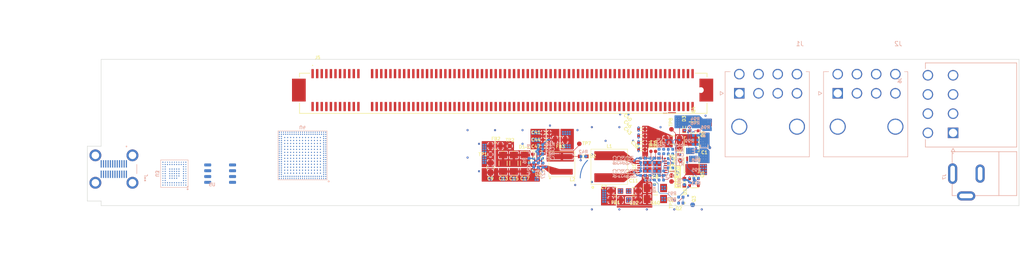
<source format=kicad_pcb>
(kicad_pcb (version 20211014) (generator pcbnew)
  (layers (0 "F.Cu" signal) (1 "In1.Cu" signal) (2 "In2.Cu" signal) (3 "In3.Cu" signal) (4 "In4.Cu" signal) (31 "B.Cu" signal) (34 "B.Paste" user) (35 "F.Paste" user) (36 "B.SilkS" user "B.Silkscreen") (37 "F.SilkS" user "F.Silkscreen") (38 "B.Mask" user) (39 "F.Mask" user) (44 "Edge.Cuts" user))
  (net 0 "")
  (net 1 "GND")
  (net 2 "3V3_SYS")
  (net 3 "5V0_USB")
  (net 4 "Net-(C26-Pad2)")
  (net 5 "/Power/SMPS_VREF")
  (net 6 "Net-(C19-Pad2)")
  (net 7 "/Power/SMPS_LDO")
  (net 8 "Net-(C26-Pad1)")
  (net 9 "Net-(C27-Pad1)")
  (net 10 "Net-(C27-Pad2)")
  (net 11 "Net-(C28-Pad1)")
  (net 12 "Net-(C28-Pad2)")
  (net 13 "Net-(C29-Pad1)")
  (net 14 "Net-(C30-Pad1)")
  (net 15 "Net-(C33-Pad1)")
  (net 16 "Net-(C33-Pad2)")
  (net 17 "Net-(C34-Pad1)")
  (net 18 "12V0_PCIE")
  (net 19 "Net-(C35-Pad1)")
  (net 20 "Net-(C36-Pad1)")
  (net 21 "Net-(C37-Pad1)")
  (net 22 "/Power/TPS_3V3")
  (net 23 "CC2")
  (net 24 "CC1")
  (net 25 "/TB Controller/PA_TX0_P")
  (net 26 "/TB Controller/PA_TX1_P")
  (net 27 "AUX_P")
  (net 28 "/TB Controller/PA_TX0_N")
  (net 29 "PP_HV")
  (net 32 "PP_5V0")
  (net 33 "/TB Controller/PA_TX1_N")
  (net 34 "AUX_N")
  (net 35 "PCIE_TX0_N")
  (net 38 "PCIE_TX1_N")
  (net 40 "PCIE_TX2_N")
  (net 41 "PCIE_TX3_N")
  (net 42 "PCIE_TX0_P")
  (net 44 "PCIE_TX1_P")
  (net 46 "PCIE_TX2_P")
  (net 47 "PCIE_TX3_P")
  (net 51 "Net-(D1-PadK)")
  (net 52 "Net-(D2-Pad2)")
  (net 54 "Net-(D3-Pad2)")
  (net 55 "VBUS")
  (net 56 "USB_T_P")
  (net 57 "USB_T_N")
  (net 58 "SBU1")
  (net 59 "TB_RX1_N")
  (net 60 "TB_RX1_P")
  (net 61 "USB_B_P")
  (net 62 "USB_B_N")
  (net 63 "SBU2")
  (net 64 "TB_RX0_N")
  (net 65 "TB_RX0_P")
  (net 66 "PCIE_PWRGD")
  (net 67 "PCIE_CLK_CON_P")
  (net 68 "PCIE_CLK_CON_N")
  (net 69 "PCIE_RX0_P")
  (net 70 "PCIE_RX0_N")
  (net 71 "PCIE_RX1_P")
  (net 72 "PCIE_RX1_N")
  (net 73 "PCIE_RX2_P")
  (net 74 "PCIE_RX2_N")
  (net 75 "PCIE_RX3_P")
  (net 76 "PCIE_RX3_N")
  (net 77 "PCIE_WAKE")
  (net 78 "Net-(L3-Pad1)")
  (net 79 "I2C1_IRQ")
  (net 80 "I2C1_SCL")
  (net 81 "HPD")
  (net 82 "I2C1_SDA")
  (net 83 "12V0_DCDC")
  (net 84 "Net-(R12-Pad2)")
  (net 85 "Net-(R13-Pad2)")
  (net 86 "Net-(R14-Pad2)")
  (net 87 "Net-(R15-Pad2)")
  (net 88 "Net-(R16-Pad2)")
  (net 89 "Net-(R17-Pad2)")
  (net 90 "Net-(R18-Pad2)")
  (net 91 "Net-(R19-Pad2)")
  (net 92 "Net-(R20-Pad2)")
  (net 93 "Net-(R21-Pad2)")
  (net 94 "Net-(R22-Pad1)")
  (net 95 "Net-(R23-Pad1)")
  (net 96 "Net-(R24-Pad2)")
  (net 97 "Net-(R25-Pad1)")
  (net 98 "12V0_MOLEX")
  (net 99 "Net-(R31-Pad1)")
  (net 100 "Net-(R32-Pad1)")
  (net 101 "Net-(R35-Pad1)")
  (net 102 "RESET_N")
  (net 103 "SPI_MISO")
  (net 104 "/TB Controller/FLASH_WP")
  (net 105 "SPI_CS")
  (net 106 "LSX_P2R")
  (net 107 "LSX_R2P")
  (net 108 "Net-(R56-Pad2)")
  (net 109 "Net-(R58-Pad2)")
  (net 110 "Net-(R59-Pad2)")
  (net 111 "Net-(R61-Pad2)")
  (net 112 "Net-(R62-Pad2)")
  (net 113 "Net-(R63-Pad2)")
  (net 114 "Net-(R69-Pad1)")
  (net 115 "Net-(R69-Pad2)")
  (net 116 "Net-(R70-Pad1)")
  (net 117 "Net-(R71-Pad1)")
  (net 118 "Net-(R72-Pad1)")
  (net 119 "Net-(R73-Pad1)")
  (net 120 "Net-(R74-Pad1)")
  (net 121 "Net-(R75-Pad1)")
  (net 122 "Net-(R77-Pad1)")
  (net 123 "Net-(R78-Pad1)")
  (net 124 "Net-(R79-Pad1)")
  (net 125 "Net-(R80-Pad1)")
  (net 126 "Net-(R81-Pad1)")
  (net 127 "Net-(R82-Pad1)")
  (net 128 "Net-(R83-Pad1)")
  (net 129 "Net-(R84-Pad1)")
  (net 130 "Net-(R85-Pad1)")
  (net 131 "Net-(R86-Pad1)")
  (net 132 "Net-(R87-Pad1)")
  (net 133 "Net-(R88-Pad1)")
  (net 134 "Net-(R89-Pad1)")
  (net 135 "Net-(TP5-Pad1)")
  (net 136 "SPI_SCLK")
  (net 137 "SPI_MOSI")
  (net 138 "USB_RP_N")
  (net 139 "USB_RP_P")
  (net 140 "/TB Controller/PCIE_CLK_JHL_P")
  (net 141 "/TB Controller/PCIE_CLK_JHL_N")
  (net 142 "Net-(C10-Pad2)")
  (net 143 "Net-(C13-Pad2)")
  (net 144 "Net-(C18-Pad2)")
  (net 145 "Net-(C31-Pad2)")
  (net 146 "Net-(C32-Pad2)")
  (net 147 "Net-(C51-Pad2)")
  (net 148 "Net-(C53-Pad2)")
  (net 149 "Net-(C54-Pad2)")
  (net 150 "Net-(C56-Pad2)")
  (net 151 "Net-(C66-Pad2)")
  (net 152 "Net-(C69-Pad2)")
  (net 153 "Net-(C71-Pad2)")
  (net 154 "Net-(C74-Pad2)")
  (net 155 "Net-(C75-Pad2)")
  (net 156 "Net-(C92-Pad2)")
  (net 157 "/TB Controller/TX0_N")
  (net 158 "/TB Controller/TX1_N")
  (net 159 "/TB Controller/TX2_N")
  (net 160 "/TB Controller/TX3_N")
  (net 161 "/TB Controller/TX0_P")
  (net 162 "/TB Controller/TX1_P")
  (net 163 "/TB Controller/TX2_P")
  (net 164 "/TB Controller/TX3_P")
  (net 165 "Net-(R29-Pad1)")
  (net 166 "Net-(R30-Pad1)")
  (net 167 "Net-(R33-Pad1)")
  (net 168 "Net-(R34-Pad1)")
  (net 169 "Net-(R43-Pad1)")
  (net 170 "Net-(R57-Pad2)")
  (net 171 "Net-(R60-Pad2)")
  (net 172 "Net-(R64-Pad2)")
  (net 173 "Net-(R65-Pad2)")
  (net 174 "Net-(R66-Pad2)")
  (net 175 "Net-(R67-Pad2)")
  (net 176 "Net-(R68-Pad2)")
  (net 177 "Net-(R76-Pad1)")
  (net 227 "Net-(TP4-Pad1)")
  (net 228 "Net-(TP6-Pad1)")
  (net 229 "/Power/I_SENSE_P")
  (net 230 "/Power/I_SENSE_N")
  (net 231 "/TB Controller/PA_AUX_P")
  (net 232 "/TB Controller/PA_AUX_N")
  (net 233 "Net-(Q2-Pad1)")
  (net 234 "/Power/DCDC_EN")
  (net 235 "Net-(Q3-Pad2)")
  (net 236 "Net-(Q3-Pad3)")
  (net 237 "Net-(Q4-Pad2)")
  (net 238 "Net-(Q4-Pad3)")
  (net 239 "Net-(R28-Pad1)")
  (net 240 "Net-(D5-Pad2)")
  (net 241 "Net-(C116-Pad1)")
  (net 242 "Net-(C117-Pad1)")
  (net 243 "Net-(Q3-Pad4)")
  (net 244 "Net-(Q4-Pad4)")
  (net 245 "/TB Controller/FLASH_HOLD")
  (net 376 "unconnected-(J5-PadB67)")
  (net 382 "unconnected-(J5-PadB73)")
  (net 391 "unconnected-(J5-PadB82)")
  (net 403 "unconnected-(J1-Pad1)")
  (net 405 "unconnected-(J1-Pad3)")
  (net 411 "unconnected-(J1-PadS1)")
  (net 412 "unconnected-(J1-PadS2)")
  (net 414 "unconnected-(J2-Pad2)")
  (net 415 "unconnected-(J2-Pad3)")
  (net 419 "unconnected-(J2-Pad7)")
  (net 422 "unconnected-(J2-PadS2)")
  (footprint "antmicro-footprints:Testpoint_smd_1mm" (layer "F.Cu") (at 169.261001 128.968 90)
    (fp_text reference "TP2")
    (fp_text value "TP_1mm_SMD")
  )
  (footprint "antmicro-footprints:LED_0603_1608Metric_G" (layer "F.Cu") (at 185.3 131.23)
    (fp_text reference "D2")
    (fp_text value "LED_G_0603_KP-1608CGCK")
  )
  (footprint "antmicro-footprints:C_1206_3216Metric" (layer "F.Cu") (at 201.06 140.56 180)
    (fp_text reference "C10")
    (fp_text value "C_22u_1206_35V")
  )
  (footprint "antmicro-footprints:D_SOD-323F" (layer "F.Cu") (at 175.35 130.7395)
    (fp_text reference "D1")
    (fp_text value "MM3Z3V3C")
  )
  (footprint "antmicro-footprints:C_1206_3216Metric" (layer "F.Cu") (at 201.06 138.15 180)
    (fp_text reference "C8")
    (fp_text value "C_22u_1206_35V")
  )
  (footprint "antmicro-footprints:Testpoint_smd_1mm" (layer "F.Cu") (at 165.041001 130.799 180)
    (fp_text reference "TP1")
    (fp_text value "TP_1mm_SMD")
  )
  (footprint "antmicro-footprints:FB_0805_2012Metric" (layer "F.Cu") (at 180.280001 127.5925)
    (fp_text reference "FB3")
    (fp_text value "BLM21SN300SZ1D")
  )
  (footprint "antmicro-footprints:Fiducial_1mm_Mask3mm" (layer "F.Cu") (at 209.2 141.825 90)
    (fp_text reference "FID1" hide)
    (fp_text value "antmicro_Fiducial_1mm_Mask3mm")
  )
  (footprint "antmicro-footprints:Testpoint_smd_1mm" (layer "F.Cu") (at 204.6 136.725 90)
    (fp_text reference "TP12")
    (fp_text value "TP_1mm_SMD")
  )
  (footprint "antmicro-footprints:C_0603_1608Metric" (layer "F.Cu") (at 198.1 129.689999)
    (fp_text reference "C38")
    (fp_text value "C_22u_16V_0603")
  )
  (footprint "antmicro-footprints:FB_0805_2012Metric" (layer "F.Cu") (at 192.39 140.775)
    (fp_text reference "FB1")
    (fp_text value "BLM21SN300SZ1D")
  )
  (footprint "antmicro-footprints:SOT-363" (layer "F.Cu") (at 209.469999 124.8775)
    (fp_text reference "Q4")
    (fp_text value "DZDH0401DW")
  )
  (footprint "antmicro-footprints:LED_0603_1608Metric_G" (layer "F.Cu") (at 207.369999 124.8775 -90)
    (fp_text reference "D3")
    (fp_text value "LED_G_0603_KP-1608CGCK")
  )
  (footprint "antmicro-footprints:Testpoint_smd_1mm" (layer "F.Cu") (at 204.58 125.295 90)
    (fp_text reference "TP8")
    (fp_text value "TP_1mm_SMD")
  )
  (footprint "antmicro-footprints:C_0603_1608Metric" (layer "F.Cu") (at 198.1 125.264998)
    (fp_text reference "C40")
    (fp_text value "C_22u_16V_0603")
  )
  (footprint "antmicro-footprints:C_0805_2012Metric" (layer "F.Cu") (at 196.2825 140.77)
    (fp_text reference "C12")
    (fp_text value "C_10u_0805_35V")
  )
  (footprint "antmicro-footprints:C_0805_2012Metric" (layer "F.Cu") (at 165.041001 133.699 90)
    (fp_text reference "C9")
    (fp_text value "C_10u_0805_35V")
  )
  (footprint "antmicro-footprints:C_0603_1608Metric" (layer "F.Cu") (at 198.1 128.214998)
    (fp_text reference "C43")
    (fp_text value "C_22u_16V_0603")
  )
  (footprint "antmicro-footprints:TP_SMD_0.75mm" (layer "F.Cu") (at 201.1 130.125 90)
    (fp_text reference "TP6")
    (fp_text value "TP_0.75mm_SMD")
  )
  (footprint "antmicro-footprints:LED_0603_1608Metric_G" (layer "F.Cu") (at 207.4 136.8795 -90)
    (fp_text reference "D5")
    (fp_text value "LED_G_0603_KP-1608CGCK")
  )
  (footprint "antmicro-footprints:C_0805_2012Metric" (layer "F.Cu") (at 192.39 138.815 180)
    (fp_text reference "C7")
    (fp_text value "C_10u_0805_35V")
  )
  (footprint "antmicro-footprints:L_Coilcraft_XAL5030" (layer "F.Cu") (at 180.65 132.935 90)
    (fp_text reference "L2")
    (fp_text value "L_2u2_10.4A_XAL5030")
  )
  (footprint "antmicro-footprints:TP_SMD_0.75mm" (layer "F.Cu") (at 200.1 130.125 90)
    (fp_text reference "TP4")
    (fp_text value "TP_0.75mm_SMD")
  )
  (footprint "antmicro-footprints:FB_0805_2012Metric" (layer "F.Cu") (at 166.141001 128.969)
    (fp_text reference "FB2")
    (fp_text value "BLM21SN300SZ1D")
  )
  (footprint "antmicro-footprints:SOT-323" (layer "F.Cu") (at 206.175 140.79 180)
    (fp_text reference "Q2")
    (fp_text value "BC817-25W")
  )
  (footprint "antmicro-footprints:C_0603_1608Metric" (layer "F.Cu") (at 206.3 130.125 90)
    (fp_text reference "C50")
    (fp_text value "C_22u_16V_0603")
  )
  (footprint "antmicro-footprints:Vishay_PowerPAK_1212-8_Single" (layer "F.Cu") (at 209 128.5775 90)
    (fp_text reference "Q6")
    (fp_text value "SI7613DN-T1-GE3")
  )
  (footprint "antmicro-footprints:Testpoint_smd_1mm" (layer "F.Cu") (at 184.45 128.47)
    (fp_text reference "TP7")
    (fp_text value "TP_1mm_SMD")
  )
  (footprint "antmicro-footprints:L_Coilcraft_XAL7070" (layer "F.Cu") (at 191 133.5 90)
    (fp_text reference "L1")
    (fp_text value "L_6u8_12.8A_XAL7070")
  )
  (footprint "antmicro-footprints:Testpoint_smd_1mm" (layer "F.Cu") (at 204.6 135.4 90)
    (fp_text reference "TP5")
    (fp_text value "TP_1mm_SMD")
  )
  (footprint "antmicro-footprints:C_0603_1608Metric" (layer "F.Cu") (at 177.180001 127.5925)
    (fp_text reference "C44")
    (fp_text value "C_22u_0603")
  )
  (footprint "antmicro-footprints:QFN-11_2x2mm_P0.5mm" (layer "F.Cu") (at 175.461001 133.166)
    (fp_text reference "U2")
    (fp_text value "MP2386GG")
  )
  (footprint "antmicro-footprints:C_0805_2012Metric" (layer "F.Cu") (at 196.2825 138.81)
    (fp_text reference "C11")
    (fp_text value "C_10u_0805_35V")
  )
  (footprint "antmicro-footprints:C_1206_3216Metric" (layer "F.Cu") (at 172.520001 132.735 90)
    (fp_text reference "C17")
    (fp_text value "C_22u_1206_35V")
  )
  (footprint "kibuzzard-6453B5A4" (layer "F.Cu") (at 205.95 135.675 90)
    (fp_text reference "kibuzzard-6453B5A4" hide)
    (fp_text value "G***" hide)
  )
  (footprint "antmicro-footprints:AMPHENOL_10146070-113Y0LF" (layer "F.Cu") (at 167.698 117.218)
    (fp_text reference "J5")
    (fp_text value "PCIe_x16_10146070-113Y0LF-vertical")
  )
  (footprint "antmicro-footprints:C_1206_3216Metric" (layer "F.Cu") (at 170.160001 132.735 90)
    (fp_text reference "C15")
    (fp_text value "C_22u_1206_35V")
  )
  (footprint "antmicro-footprints:C_0805_2012Metric" (layer "F.Cu") (at 211.75 129.025 -90)
    (fp_text reference "C1")
    (fp_text value "C_10u_0805_35V")
  )
  (footprint "antmicro-footprints:C_0603_1608Metric" (layer "F.Cu") (at 177.180001 129.1175)
    (fp_text reference "C47")
    (fp_text value "C_22u_0603")
  )
  (footprint "antmicro-footprints:C_1206_3216Metric" (layer "F.Cu") (at 167.800001 132.735 90)
    (fp_text reference "C13")
    (fp_text value "C_22u_1206_35V")
  )
  (footprint "antmicro-footprints:Vishay_PowerPAK_1212-8_Single" (layer "F.Cu") (at 209 133.2 -90)
    (fp_text reference "Q5")
    (fp_text value "SI7613DN-T1-GE3")
  )
  (footprint "antmicro-footprints:R_1206_3216Metric" (layer "F.Cu") (at 204.85 127.665)
    (fp_text reference "R45")
    (fp_text value "R_0R02_1206")
  )
  (footprint "antmicro-footprints:C_0603_1608Metric" (layer "F.Cu") (at 177.180001 126.0425)
    (fp_text reference "C41")
    (fp_text value "C_22u_0603")
  )
  (footprint "antmicro-footprints:Testpoint_smd_1mm" (layer "F.Cu") (at 206.5 132.125 90)
    (fp_text reference "TP3")
    (fp_text value "TP_1mm_SMD")
  )
  (footprint "antmicro-footprints:LT8350" (layer "F.Cu") (at 200.35 133.5 90)
    (fp_text reference "U1")
    (fp_text value "LT8350RV#PBF")
  )
  (footprint "antmicro-footprints:C_0603_1608Metric" (layer "F.Cu") (at 198.1 126.739999)
    (fp_text reference "C46")
    (fp_text value "C_22u_16V_0603")
  )
  (footprint "antmicro-footprints:SOT-363" (layer "F.Cu") (at 209.5 136.8775 180)
    (fp_text reference "Q3")
    (fp_text value "DZDH0401DW")
  )
  (footprint "antmicro-footprints:R_0402_1005Metric" (layer "B.Cu") (at 209.965 135.975)
    (fp_text reference "R95")
    (fp_text value "R_100k_0402")
  )
  (footprint "antmicro-footprints:R_0402_1005Metric" (layer "B.Cu") (at 207.4 136.8795 -90)
    (fp_text reference "R97")
    (fp_text value "R_2k2_0402")
  )
  (footprint "antmicro-footprints:R_0402_1005Metric" (layer "B.Cu") (at 204.37 129.68)
    (fp_text reference "R43")
    (fp_text value "R_110k_0402")
  )
  (footprint "antmicro-footprints:R_0402_1005Metric" (layer "B.Cu") (at 185.3 131.23)
    (fp_text reference "R42")
    (fp_text value "R_330R_0402")
  )
  (footprint "antmicro-footprints:C_0402_1005Metric" (layer "B.Cu") (at 198.85 134.91 -90)
    (fp_text reference "C14")
    (fp_text value "C_100n_0402")
  )
  (footprint "antmicro-footprints:R_0402_1005Metric" (layer "B.Cu") (at 202.88 134.91 -90)
    (fp_text reference "R27")
    (fp_text value "R_0R_0402")
  )
  (footprint "antmicro-footprints:C_0402_1005Metric" (layer "B.Cu") (at 204.369999 131.71)
    (fp_text reference "C30")
    (fp_text value "C_4n7_0402")
  )
  (footprint "antmicro-footprints:NetTie-2_SMD_Pad0.127mm" (layer "B.Cu") (at 205.15 127.665 45)
    (fp_text reference "TP11" hide)
    (fp_text value "Net-Tie_2")
  )
  (footprint "antmicro-footprints:R_0402_1005Metric" (layer "B.Cu") (at 206.625 140.135)
    (fp_text reference "R91")
    (fp_text value "R_10k_0402")
  )
  (footprint "antmicro-footprints:C_0402_1005Metric" (layer "B.Cu") (at 198.85 132.1 90)
    (fp_text reference "C32")
    (fp_text value "C_100n_0402")
  )
  (footprint "antmicro-footprints:R_0402_1005Metric" (layer "B.Cu") (at 199.35 136.4 180)
    (fp_text reference "R7")
    (fp_text value "R_24k_0402")
  )
  (footprint "antmicro-footprints:R_0402_1005Metric" (layer "B.Cu") (at 204.37 130.7 180)
    (fp_text reference "R44")
    (fp_text value "R_10k_0402")
  )
  (footprint "antmicro-footprints:JHL6340SLLSQ" (layer "B.Cu") (at 124 131 90)
    (fp_text reference "U4")
    (fp_text value "JHL6340SLLSQ")
  )
  (footprint "antmicro-footprints:R_0402_1005Metric" (layer "B.Cu") (at 175.5 133.155 90)
    (fp_text reference "R23")
    (fp_text value "R_100k_0402")
  )
  (footprint "antmicro-footprints:R_0402_1005Metric" (layer "B.Cu") (at 209.83 127.635 180)
    (fp_text reference "R46")
    (fp_text value "R_2k2_0402")
  )
  (footprint "antmicro-footprints:KUSBXSL2CS1N24BTR" (layer "B.Cu") (at 79 134 90)
    (fp_text reference "J**")
    (fp_text value "KUSBXSL2CS1N24BTR" hide)
  )
  (footprint "antmicro-footprints:R_0402_1005Metric" (layer "B.Cu") (at 209.965 136.995)
    (fp_text reference "R93")
    (fp_text value "R_10k_0402")
  )
  (footprint "antmicro-footprints:C_0402_1005Metric" (layer "B.Cu") (at 202.89 130.15 -90)
    (fp_text reference "C19")
    (fp_text value "C_22n_0402")
  )
  (footprint "antmicro-footprints:C_0402_1005Metric" (layer "B.Cu") (at 200.87 132.1 -90)
    (fp_text reference "C29")
    (fp_text value "C_100n_0402")
  )
  (footprint "antmicro-footprints:R_0402_1005Metric" (layer "B.Cu") (at 202.37 136.4 180)
    (fp_text reference "R13")
    (fp_text value "R_0R_0402")
  )
  (footprint "antmicro-footprints:R_0402_1005Metric" (layer "B.Cu") (at 174.490001 132.155 90)
    (fp_text reference "R11")
    (fp_text value "R_10k_0402")
  )
  (footprint "antmicro-footprints:C_0402_1005Metric" (layer "B.Cu") (at 197.85 134.91 -90)
    (fp_text reference "C26")
    (fp_text value "C_100n_0402")
  )
  (footprint "antmicro-footprints:C_0402_1005Metric" (layer "B.Cu") (at 201.87 134.91 -90)
    (fp_text reference "C16")
    (fp_text value "C_220n_0402")
  )
  (footprint "antmicro-footprints:R_0402_1005Metric" (layer "B.Cu") (at 209.83 128.595 180)
    (fp_text reference "R96")
    (fp_text value "R_100k_0402")
  )
  (footprint "antmicro-footprints:R_0402_1005Metric" (layer "B.Cu") (at 199.86 132.1 90)
    (fp_text reference "R26")
    (fp_text value "R_0R_0402")
  )
  (footprint "antmicro-footprints:C_0402_1005Metric" (layer "B.Cu") (at 200.87 134.91 -90)
    (fp_text reference "C18")
    (fp_text value "C_1u_0402")
  )
  (footprint "antmicro-footprints:R_0402_1005Metric" (layer "B.Cu") (at 209.83 126.675 180)
    (fp_text reference "R94")
    (fp_text value "R_10k_0402")
  )
  (footprint "antmicro-footprints:R_0402_1005Metric" (layer "B.Cu") (at 199.86 134.91 -90)
    (fp_text reference "R22")
    (fp_text value "R_100k_0402")
  )
  (footprint "antmicro-footprints:R_0402_1005Metric" (layer "B.Cu") (at 175.970001 128.675)
    (fp_text reference "R36")
    (fp_text value "R_40k2_0402")
  )
  (footprint "antmicro-footprints:R_0402_1005Metric" (layer "B.Cu") (at 204.37 133.759999)
    (fp_text reference "R12")
    (fp_text value "R_0R_0402")
  )
  (footprint "antmicro-footprints:C_0402_1005Metric" (layer "B.Cu") (at 175.960001 131.685001)
    (fp_text reference "C25")
    (fp_text value "C_1u_0402")
  )
  (footprint "antmicro-footprints:MOLEX_1724480008" (layer "B.Cu") (at 266.094 126.0755 -90)
    (fp_text reference "J6")
    (fp_text value "Molex_1724480008-horizontal")
  )
  (footprint "antmicro-footprints:R_0402_1005Metric" (layer "B.Cu") (at 173.480001 132.155 -90)
    (fp_text reference "R6")
    (fp_text value "R_10k_0402")
  )
  (footprint "antmicro-footprints:R_0402_1005Metric" (layer "B.Cu") (at 200.860001 136.87 90)
    (fp_text reference "R8")
    (fp_text value "R_10k_0402")
  )
  (footprint "antmicro-footprints:MOLEX_455860005" (layer "B.Cu") (at 219.4 117.42 180)
    (fp_text reference "J1")
    (fp_text value "455860005")
  )
  (footprint "antmicro-footprints:R_0402_1005Metric" (layer "B.Cu") (at 175.960001 130.685 180)
    (fp_text reference "R37")
    (fp_text value "R_8k87_0402")
  )
  (footprint "antmicro-footprints:C_0402_1005Metric" (layer "B.Cu") (at 176.500001 133.155 -90)
    (fp_text reference "C27")
    (fp_text value "C_220n_0402")
  )
  (footprint "antmicro-footprints:R_0603_1608Metric" (layer "B.Cu") (at 209.3675 130.1075 180)
    (fp_text reference "R99")
    (fp_text value "R_0R_22.4A_0603")
  )
  (footprint "antmicro-footprints:C_0402_1005Metric" (layer "B.Cu") (at 174.490001 134.095 90)
    (fp_text reference "C24")
    (fp_text value "C_100n_0402")
  )
  (footprint "antmicro-footprints:BarrelJack_3167288_Horizontal" (layer "B.Cu") (at 266 135 -90)
    (fp_text reference "J7")
    (fp_text value "BarrelJack_3167288")
  )
  (footprint "antmicro-footprints:R_0402_1005Metric" (layer "B.Cu") (at 201.88 130.15 90)
    (fp_text reference "R28")
    (fp_text value "R_124k_0402")
  )
  (footprint "antmicro-footprints:R_0603_1608Metric" (layer "B.Cu") (at 210.025 131.67 180)
    (fp_text reference "R98")
    (fp_text value "R_0R_22.4A_0603")
  )
  (footprint "antmicro-footprints:R_0402_1005Metric" (layer "B.Cu") (at 206.625 141.434997)
    (fp_text reference "R92")
    (fp_text value "R_100k_0402")
  )
  (footprint "antmicro-footprints:C_0402_1005Metric" (layer "B.Cu") (at 197.85 132.1 90)
    (fp_text reference "C28")
    (fp_text value "C_100n_0402")
  )
  (footprint "antmicro-footprints:C_0805_2012Metric" (layer "B.Cu") (at 211.75 129.025 -90)
    (fp_text reference "C6")
    (fp_text value "C_10u_0805_35V")
  )
  (footprint "antmicro-footprints:C_0402_1005Metric" (layer "B.Cu") (at 175.970001 129.675)
    (fp_text reference "C33")
    (fp_text value "C_33p_0402")
  )
  (footprint "antmicro-footprints:SOIC-8_3.9x4.9x1.75mm_P1.27mm" (layer "B.Cu") (at 106 135)
    (fp_text reference "U5")
    (fp_text value "MX25L8006EM1I-12G")
  )
  (footprint "antmicro-footprints:IC_TPS65983BAZBHR" (layer "B.Cu") (at 96 135 90)
    (fp_text reference "U3")
    (fp_text value "TPS65983BAZBHR")
  )
  (footprint "antmicro-footprints:R_0402_1005Metric" (layer "B.Cu") (at 201.88 132.11 90)
    (fp_text reference "R24")
    (fp_text value "R_100k_0402")
  )
  (footprint "antmicro-footprints:Fiducial_1mm_Mask3mm" (layer "B.Cu") (at 209.2 141.825 -90)
    (fp_text reference "FID5" hide)
    (fp_text value "antmicro_Fiducial_1mm_Mask3mm")
  )
  (footprint "antmicro-footprints:R_0402_1005Metric" (layer "B.Cu") (at 204.369999 132.73)
    (fp_text reference "R25")
    (fp_text value "R_12k_0402")
  )
  (footprint "antmicro-footprints:NetTie-2_SMD_Pad0.127mm" (layer "B.Cu") (at 204.55 127.665 135)
    (fp_text reference "TP10" hide)
    (fp_text value "Net-Tie_2")
  )
  (footprint "antmicro-footprints:MOLEX_455860005" (layer "B.Cu") (at 240.9 117.42 180)
    (fp_text reference "J2")
    (fp_text value "455860005")
  )
  (gr_line (start 207.37 128.695) (end 207.94 128.695) (layer "B.SilkS") (width 0.15))
  (gr_line (start 207.94 128.695) (end 208.44 129.195) (layer "B.SilkS") (width 0.15))
  (gr_line (start 174.5 131.205) (end 174.5 130.58) (layer "B.SilkS") (width 0.15))
  (gr_line (start 174.5 130.58) (end 174.15 130.23) (layer "B.SilkS") (width 0.15))
  (gr_line (start 202.26 127.945) (end 202.46 127.745) (layer "F.SilkS") (width 0.15))
  (gr_line (start 173.4 129.23) (end 172.5 129.23) (layer "F.SilkS") (width 0.15))
  (gr_line (start 202.26 128.925) (end 202.26 127.945) (layer "F.SilkS") (width 0.15))
  (gr_line (start 174.1 129.93) (end 173.4 129.23) (layer "F.SilkS") (width 0.15))
  (gr_line (start 80 142) (end 280.5 142) (layer "Edge.Cuts") (width 0.1))
  (gr_line (start 80 141) (end 80 142) (layer "Edge.Cuts") (width 0.1))
  (gr_line (start 280.5 142) (end 280.5 110) (layer "Edge.Cuts") (width 0.1))
  (gr_line (start 80 110) (end 80 129) (layer "Edge.Cuts") (width 0.1))
  (gr_line (start 80 129) (end 77 129) (layer "Edge.Cuts") (width 0.1))
  (gr_line (start 280.5 110) (end 80 110) (layer "Edge.Cuts") (width 0.1))
  (gr_line (start 77 141) (end 80 141) (layer "Edge.Cuts") (width 0.1))
  (gr_line (start 77 129) (end 77 141) (layer "Edge.Cuts") (width 0.1))
  (segment (start 175.709001 131.575) (end 175.709001 130.780499) (width 0.25) (layer "F.Cu") (net 1))
  (segment (start 212.95 129.325) (end 212.1 128.475) (width 0.6) (layer "F.Cu") (net 1))
  (segment (start 206.140001 141.099999) (end 206.140001 141.435) (width 0.1) (layer "F.Cu") (net 1))
  (segment (start 170.160001 134.535) (end 172.520001 134.535) (width 0.25) (layer "F.Cu") (net 1))
  (segment (start 207.1 140.14) (end 206.140001 141.099999) (width 0.1) (layer "F.Cu") (net 1))
  (segment (start 175.709001 131.575) (end 175.709001 132.166) (width 0.25) (layer "F.Cu") (net 1))
  (segment (start 175.709001 132.166) (end 175.709001 131.466) (width 0.25) (layer "F.Cu") (net 1))
  (segment (start 174.180001 134.27) (end 173.915001 134.535) (width 0.25) (layer "F.Cu") (net 1))
  (segment (start 167.800002 134.535) (end 170.160001 134.535) (width 0.25) (layer "F.Cu") (net 1))
  (segment (start 173.915001 134.535) (end 172.520001 134.535) (width 0.25) (layer "F.Cu") (net 1))
  (segment (start 175.709001 130.780499) (end 175.71 130.7795) (width 0.25) (layer "F.Cu") (net 1))
  (via (at 193.371 122.026) (size 0.45) (drill 0.1) (layers "F.Cu" "B.Cu") (net 1))
  (via (at 209.81 136.485) (size 0.45) (drill 0.1) (layers "F.Cu" "B.Cu") (net 1))
  (via (at 198.85 132.584) (size 0.45) (drill 0.1) (layers "F.Cu" "B.Cu") (net 1))
  (via (at 211.49 128.525001) (size 0.45) (drill 0.1) (layers "F.Cu" "B.Cu") (net 1))
  (via (at 197.4 127.104998) (size 0.45) (drill 0.1) (layers "F.Cu" "B.Cu") (net 1))
  (via (at 183.55 137.48) (size 0.45) (drill 0.1) (layers "F.Cu" "B.Cu") (net 1))
  (via (at 174.180001 127.87) (size 0.45) (drill 0.1) (layers "F.Cu" "B.Cu") (net 1))
  (via (at 167.580001 136.37) (size 0.45) (drill 0.1) (layers "F.Cu" "B.Cu") (net 1))
  (via (at 201.4025 133.175) (size 0.45) (drill 0.1) (layers "F.Cu" "B.Cu") (net 1))
  (via (at 175.680001 126.27) (size 0.45) (drill 0.1) (layers "F.Cu" "B.Cu") (net 1))
  (via (at 195.5125 140.49) (size 0.45) (drill 0.1) (layers "F.Cu" "B.Cu") (net 1))
  (via (at 206.140001 141.435) (size 0.45) (drill 0.1) (layers "F.Cu" "B.Cu") (net 1))
  (via (at 187.2 136.825) (size 0.45) (drill 0.1) (layers "F.Cu" "B.Cu") (net 1))
  (via (at 200.675 133.825) (size 0.45) (drill 0.1) (layers "F.Cu" "B.Cu") (net 1))
  (via (at 195.5125 139.09) (size 0.45) (drill 0.1) (layers "F.Cu" "B.Cu") (net 1))
  (via (at 195.5125 138.53) (size 0.45) (drill 0.1) (layers "F.Cu" "B.Cu") (net 1))
  (via (at 198.565 133.825) (size 0.45) (drill 0.1) (layers "F.Cu" "B.Cu") (net 1))
  (via (at 175.680001 127.87) (size 0.45) (drill 0.1) (layers "F.Cu" "B.Cu") (net 1))
  (via (at 197.4 127.849999) (size 0.45) (drill 0.1) (layers "F.Cu" "B.Cu") (net 1))
  (via (at 190.2 127.825) (size 0.45) (drill 0.1) (layers "F.Cu" "B.Cu") (net 1))
  (via (at 194.9525 140.49) (size 0.45) (drill 0.1) (layers "F.Cu" "B.Cu") (net 1))
  (via (at 175.380001 135.87) (size 0.45) (drill 0.1) (layers "F.Cu" "B.Cu") (net 1))
  (via (at 160.05 125.48) (size 0.45) (drill 0.1) (layers "F.Cu" "B.Cu") (net 1))
  (via (at 169.880001 135.87) (size 0.45) (drill 0.1) (layers "F.Cu" "B.Cu") (net 1))
  (via (at 175.180001 126.27) (size 0.45) (drill 0.1) (layers "F.Cu" "B.Cu") (net 1))
  (via (at 198.85 134.426) (size 0.45) (drill 0.1) (layers "F.Cu" "B.Cu") (net 1))
  (via (at 174.680001 127.37) (size 0.45) (drill 0.1) (layers "F.Cu" "B.Cu") (net 1))
  (via (at 194.9525 138.53) (size 0.45) (drill 0.1) (layers "F.Cu" "B.Cu") (net 1))
  (via (at 172.280001 135.87) (size 0.45) (drill 0.1) (layers "F.Cu" "B.Cu") (net 1))
  (via (at 174.180001 134.27) (size 0.45) (drill 0.1) (layers "F.Cu" "B.Cu") (net 1))
  (via (at 198.565 133.175) (size 0.45) (drill 0.1) (layers "F.Cu" "B.Cu") (net 1))
  (via (at 193.72 139.095) (size 0.45) (drill 0.1) (layers "F.Cu" "B.Cu") (net 1))
  (via (at 201.4025 133.825) (size 0.45) (drill 0.1) (layers "F.Cu" "B.Cu") (net 1))
  (via (at 205.2 142.825) (size 0.45) (drill 0.1) (layers "F.Cu" "B.Cu") (net 1))
  (via (at 204.855 130.7) (size 0.45) (drill 0.1) (layers "F.Cu" "B.Cu") (net 1))
  (via (at 164.780001 135.87) (size 0.45) (drill 0.1) (layers "F.Cu" "B.Cu") (net 1))
  (via (at 170.380001 135.87) (size 0.45) (drill 0.1) (layers "F.Cu" "B.Cu") (net 1))
  (via (at 197.4 130.054997) (size 0.45) (drill 0.1) (layers "F.Cu" "B.Cu") (net 1))
  (via (at 212 129.035) (size 0.45) (drill 0.1) (layers "F.Cu" "B.Cu") (net 1))
  (via (at 193.16 139.095) (size 0.45) (drill 0.1) (layers "F.Cu" "B.Cu") (net 1))
  (via (at 201.88 129.665) (size 0.45) (drill 0.1) (layers "F.Cu" "B.Cu") (net 1))
  (via (at 201.88 132.595) (size 0.45) (drill 0.1) (layers "F.Cu" "B.Cu") (net 1))
  (via (at 206.45 130.825) (size 0.45) (drill 0.1) (layers "F.Cu" "B.Cu") (net 1))
  (via (at 203.14 137.87) (size 0.45) (drill 0.1) (layers "F.Cu" "B.Cu") (net 1))
  (via (at 174.880001 135.87) (size 0.45) (drill 0.1) (layers "F.Cu" "B.Cu") (net 1))
  (via (at 203.14 140.28) (size 0.45) (drill 0.1) (layers "F.Cu" "B.Cu") (net 1))
  (via (at 199.2925 133.175) (size 0.45) (drill 0.1) (layers "F.Cu" "B.Cu") (net 1))
  (via (at 175.180001 127.37) (size 0.45) (drill 0.1) (layers "F.Cu" "B.Cu") (net 1))
  (via (at 202.58 137.87) (size 0.45) (drill 0.1) (layers "F.Cu" "B.Cu") (net 1))
  (via (at 172.280001 136.37) (size 0.45) (drill 0.1) (layers "F.Cu" "B.Cu") (net 1))
  (via (at 174.180001 126.27) (size 0.45) (drill 0.1) (layers "F.Cu" "B.Cu") (net 1))
  (via (at 172.780001 136.37) (size 0.45) (drill 0.1) (layers "F.Cu" "B.Cu") (net 1))
  (via (at 195.5125 141.05) (size 0.45) (drill 0.1) (layers "F.Cu" "B.Cu") (net 1))
  (via (at 201.87 134.426) (size 0.45) (drill 0.1) (layers "F.Cu" "B.Cu") (net 1))
  (via (at 212 128.525001) (size 0.45) (drill 0.1) (layers "F.Cu" "B.Cu") (net 1))
  (via (at 168.080001 136.37) (size 0.45) (drill 0.1) (layers "F.Cu" "B.Cu") (net 1))
  (via (at 211.49 128.015002) (size 0.45) (drill 0.1) (layers "F.Cu" "B.Cu") (net 1))
  (via (at 164.780001 136.37) (size 0.45) (drill 0.1) (layers "F.Cu" "B.Cu") (net 1))
  (via (at 172.05 128.48) (size 0.45) (drill 0.1) (layers "F.Cu" "B.Cu") (net 1))
  (via (at 165.280001 135.87) (size 0.45) (drill 0.1) (layers "F.Cu" "B.Cu") (net 1))
  (via (at 178.05 124.48) (size 0.45) (drill 0.1) (layers "F.Cu" "B.Cu") (net 1))
  (via (at 166.05 125.48) (size 0.45) (drill 0.1) (layers "F.Cu" "B.Cu") (net 1))
  (via (at 210.98 128.525001) (size 0.45) (drill 0.1) (layers "F.Cu" "B.Cu") (net 1))
  (via (at 184.762 132.08) (size 0.45) (drill 0.1) (layers "F.Cu" "B.Cu") (net 1))
  (via (at 193.72 138.535) (size 0.45) (drill 0.1) (layers "F.Cu" "B.Cu") (net 1))
  (via (at 167.580001 135.87) (size 0.45) (drill 0.1) (layers "F.Cu" "B.Cu") (net 1))
  (via (at 202.58 138.43) (size 0.45) (drill 0.1) (layers "F.Cu" "B.Cu") (net 1))
  (via (at 202.58 140.84) (size 0.45) (drill 0.1) (layers "F.Cu" "B.Cu") (net 1))
  (via (at 211.49 129.035) (size 0.45) (drill 0.1) (layers "F.Cu" "B.Cu") (net 1))
  (via (at 175.180001 127.87) (size 0.45) (drill 0.1) (layers "F.Cu" "B.Cu") (net 1))
  (via (at 174.680001 126.27) (size 0.45) (drill 0.1) (layers "F.Cu" "B.Cu") (net 1))
  (via (at 172.780001 135.87) (size 0.45) (drill 0.1) (layers "F.Cu" "B.Cu") (net 1))
  (via (at 168.080001 135.87) (size 0.45) (drill 0.1) (layers "F.Cu" "B.Cu") (net 1))
  (via (at 204.854 131.71) (size 0.45) (drill 0.1) (layers "F.Cu" "B.Cu") (net 1))
  (via (at 165.280001 136.37) (size 0.45) (drill 0.1) (layers "F.Cu" "B.Cu") (net 1))
  (via (at 200.675 133.175) (size 0.45) (drill 0.1) (layers "F.Cu" "B.Cu") (net 1))
  (via (at 200.860001 137.355) (size 0.45) (drill 0.1) (layers "F.Cu" "B.Cu") (net 1))
  (via (at 202.58 140.28) (size 0.45) (drill 0.1) (layers "F.Cu" "B.Cu") (net 1))
  (via (at 174.180001 127.37) (size 0.45) (drill 0.1) (layers "F.Cu" "B.Cu") (net 1))
  (via (at 202.89 129.666) (size 0.45) (drill 0.1) (layers "F.Cu" "B.Cu") (net 1))
  (via (at 199.2 142.825) (size 0.45) (drill 0.1) (layers "F.Cu" "B.Cu") (net 1))
  (via (at 169.880001 136.37) (size 0.45) (drill 0.1) (layers "F.Cu" "B.Cu") (net 1))
  (via (at 210.98 129.035) (size 0.45) (drill 0.1) (layers "F.Cu" "B.Cu") (net 1))
  (via (at 174.680001 125.77) (size 0.45) (drill 0.1) (layers "F.Cu" "B.Cu") (net 1))
  (via (at 175.380001 136.37) (size 0.45) (drill 0.1) (layers "F.Cu" "B.Cu") (net 1))
  (via (at 175.709001 131.575) (size 0.45) (drill 0.1) (layers "F.Cu" "B.Cu") (net 1))
  (via (at 176.410001 130.37) (size 0.45) (drill 0.1) (layers "F.Cu" "B.Cu") (net 1))
  (via (at 212.51 128.525001) (size 0.45) (drill 0.1) (layers "F.Cu" "B.Cu") (net 1))
  (via (at 197.4 128.579996) (size 0.45) (drill 0.1) (layers "F.Cu" "B.Cu") (net 1))
  (via (at 210.98 128.015002) (size 0.45) (drill 0.1) (layers "F.Cu" "B.Cu") (net 1))
  (via (at 194.9525 141.05) (size 0.45) (drill 0.1) (layers "F.Cu" "B.Cu") (net 1))
  (via (at 162.55 134.48) (size 0.45) (drill 0.1) (layers "F.Cu" "B.Cu") (net 1))
  (via (at 197.4 126.375001) (size 0.45) (drill 0.1) (layers "F.Cu" "B.Cu") (net 1))
  (via (at 197.4 129.325) (size 0.45) (drill 0.1) (layers "F.Cu" "B.Cu") (net 1))
  (via (at 187.2 142.825) (size 0.45) (drill 0.1) (layers "F.Cu" "B.Cu") (net 1))
  (via (at 175.680001 125.77) (size 0.45) (drill 0.1) (layers "F.Cu" "B.Cu") (net 1))
  (via (at 208.2 139.825) (size 0.45) (drill 0.1) (layers "F.Cu" "B.Cu") (net 1))
  (via (at 200.87 132.584) (size 0.45) (drill 0.1) (layers "F.Cu" "B.Cu") (net 1))
  (via (at 197.4 124.9) (size 0.45) (drill 0.1) (layers "F.Cu" "B.Cu") (net 1))
  (via (at 210.98 127.505003) (size 0.45) (drill 0.1) (layers "F.Cu" "B.Cu") (net 1))
  (via (at 170.380001 136.37) (size 0.45) (drill 0.1) (layers "F.Cu" "B.Cu") (net 1))
  (via (at 174.880001 136.37) (size 0.45) (drill 0.1) (layers "F.Cu" "B.Cu") (net 1))
  (via (at 197.4 125.629997) (size 0.45) (drill 0.1) (layers "F.Cu" "B.Cu") (net 1))
  (via (at 203.14 140.84) (size 0.45) (drill 0.1) (layers "F.Cu" "B.Cu") (net 1))
  (via (at 160.05 131.48) (size 0.45) (drill 0.1) (layers "F.Cu" "B.Cu") (net 1))
  (via (at 193.16 138.535) (size 0.45) (drill 0.1) (layers "F.Cu" "B.Cu") (net 1))
  (via (at 200.87 134.426) (size 0.45) (drill 0.1) (layers "F.Cu" "B.Cu") (net 1))
  (via (at 203.14 138.43) (size 0.45) (drill 0.1) (layers "F.Cu" "B.Cu") (net 1))
  (via (at 175.180001 125.77) (size 0.45) (drill 0.1) (layers "F.Cu" "B.Cu") (net 1))
  (via (at 174.680001 127.87) (size 0.45) (drill 0.1) (layers "F.Cu" "B.Cu") (net 1))
  (via (at 175.680001 127.37) (size 0.45) (drill 0.1) (layers "F.Cu" "B.Cu") (net 1))
  (via (at 199.2925 133.825) (size 0.45) (drill 0.1) (layers "F.Cu" "B.Cu") (net 1))
  (via (at 184.05 125.48) (size 0.45) (drill 0.1) (layers "F.Cu" "B.Cu") (net 1))
  (via (at 212.51 129.035) (size 0.45) (drill 0.1) (layers "F.Cu" "B.Cu") (net 1))
  (via (at 194.9525 139.09) (size 0.45) (drill 0.1) (layers "F.Cu" "B.Cu") (net 1))
  (via (at 174.180001 125.77) (size 0.45) (drill 0.1) (layers "F.Cu" "B.Cu") (net 1))
  (segment (start 174.490001 132.64) (end 174.521002 132.64) (width 0.25) (layer "B.Cu") (net 1))
  (segment (start 175.709001 131.421) (end 176.445001 130.685) (width 0.25) (layer "B.Cu") (net 1))
  (segment (start 212.160003 126.325) (end 210.98 127.505003) (width 0.6) (layer "B.Cu") (net 1))
  (segment (start 184.762 132.08) (end 184.762 131.283) (width 0.1) (layer "B.Cu") (net 1))
  (segment (start 208.0895 136.3945) (end 208.69 136.995) (width 0.4) (layer "B.Cu") (net 1))
  (segment (start 210.435 128.475) (end 211.55 128.475) (width 0.4) (layer "B.Cu") (net 1))
  (segment (start 184.762 131.283) (end 184.815 131.23) (width 0.1) (layer "B.Cu") (net 1))
  (segment (start 209.48 135.975) (end 209.48 136.995) (width 0.4) (layer "B.Cu") (net 1))
  (segment (start 174.490001 134.579) (end 174.489001 134.579) (width 0.25) (layer "B.Cu") (net 1))
  (segment (start 209.48 135.975) (end 209.48 136.155) (width 0.4) (layer "B.Cu") (net 1))
  (segment (start 175.709001 131.575) (end 175.709001 131.421) (width 0.25) (layer "B.Cu") (net 1))
  (segment (start 174.489001 134.579) (end 174.180001 134.27) (width 0.25) (layer "B.Cu") (net 1))
  (segment (start 209.48 136.995) (end 209.48 136.815) (width 0.4) (layer "B.Cu") (net 1))
  (segment (start 207.4 136.3945) (end 208.0895 136.3945) (width 0.4) (layer "B.Cu") (net 1))
  (segment (start 210.315 126.675) (end 211.55 126.675) (width 0.4) (layer "B.Cu") (net 1))
  (segment (start 208.69 136.995) (end 209.48 136.995) (width 0.4) (layer "B.Cu") (net 1))
  (segment (start 193.37 122.025) (end 193.371 122.026) (width 0.25) (layer "B.Cu") (net 1))
  (segment (start 206.14 141.434997) (end 206.140001 141.435) (width 0.1) (layer "B.Cu") (net 1))
  (segment (start 209.48 136.155) (end 209.81 136.485) (width 0.4) (layer "B.Cu") (net 1))
  (segment (start 211.31 127.635) (end 211.55 127.875) (width 0.4) (layer "B.Cu") (net 1))
  (segment (start 210.315 127.635) (end 211.31 127.635) (width 0.4) (layer "B.Cu") (net 1))
  (segment (start 209.48 136.815) (end 209.81 136.485) (width 0.4) (layer "B.Cu") (net 1))
  (segment (start 212.95 129.325) (end 212.1 128.475) (width 0.6) (layer "B.Cu") (net 1))
  (segment (start 210.315 128.595) (end 210.435 128.475) (width 0.4) (layer "B.Cu") (net 1))
  (segment (start 174.521002 132.64) (end 175.476001 131.685001) (width 0.25) (layer "B.Cu") (net 1))
  (via (at 181.880001 125.87) (size 0.45) (drill 0.1) (layers "F.Cu" "B.Cu") (net 2))
  (via (at 181.380001 129.27) (size 0.45) (drill 0.1) (layers "F.Cu" "B.Cu") (net 2))
  (via (at 205.66 124.415) (size 0.45) (drill 0.1) (layers "F.Cu" "B.Cu") (net 2))
  (via (at 205.66 123.915) (size 0.45) (drill 0.1) (layers "F.Cu" "B.Cu") (net 2))
  (via (at 182.375756 125.857199) (size 0.45) (drill 0.1) (layers "F.Cu" "B.Cu") (net 2))
  (via (at 206.172801 123.410755) (size 0.45) (drill 0.1) (layers "F.Cu" "B.Cu") (net 2))
  (via (at 181.380001 126.37) (size 0.45) (drill 0.1) (layers "F.Cu" "B.Cu") (net 2))
  (via (at 181.880001 128.77) (size 0.45) (drill 0.1) (layers "F.Cu" "B.Cu") (net 2))
  (via (at 206.16 122.915) (size 0.45) (drill 0.1) (layers "F.Cu" "B.Cu") (net 2))
  (via (at 205.660001 122.915) (size 0.45) (drill 0.1) (layers "F.Cu" "B.Cu") (net 2))
  (via (at 181.375756 128.757199) (size 0.45) (drill 0.1) (layers "F.Cu" "B.Cu") (net 2))
  (via (at 180.880001 126.37) (size 0.45) (drill 0.1) (layers "F.Cu" "B.Cu") (net 2))
  (via (at 206.172801 124.410755) (size 0.45) (drill 0.1) (layers "F.Cu" "B.Cu") (net 2))
  (via (at 182.380001 129.27) (size 0.45) (drill 0.1) (layers "F.Cu" "B.Cu") (net 2))
  (via (at 180.880001 125.87) (size 0.45) (drill 0.1) (layers "F.Cu" "B.Cu") (net 2))
  (via (at 181.375756 125.857199) (size 0.45) (drill 0.1) (layers "F.Cu" "B.Cu") (net 2))
  (via (at 182.375756 128.757199) (size 0.45) (drill 0.1) (layers "F.Cu" "B.Cu") (net 2))
  (via (at 206.16 123.915) (size 0.45) (drill 0.1) (layers "F.Cu" "B.Cu") (net 2))
  (via (at 180.880001 129.27) (size 0.45) (drill 0.1) (layers "F.Cu" "B.Cu") (net 2))
  (via (at 181.880001 126.37) (size 0.45) (drill 0.1) (layers "F.Cu" "B.Cu") (net 2))
  (via (at 182.380001 126.37) (size 0.45) (drill 0.1) (layers "F.Cu" "B.Cu") (net 2))
  (via (at 205.66 123.415) (size 0.45) (drill 0.1) (layers "F.Cu" "B.Cu") (net 2))
  (via (at 180.880001 128.77) (size 0.45) (drill 0.1) (layers "F.Cu" "B.Cu") (net 2))
  (via (at 181.880001 129.27) (size 0.45) (drill 0.1) (layers "F.Cu" "B.Cu") (net 2))
  (segment (start 212.907046 125.325) (end 212.562801 124.980755) (width 0.6) (layer "B.Cu") (net 2))
  (via (at 163.980001 129.17) (size 0.45) (drill 0.1) (layers "F.Cu" "B.Cu") (net 3))
  (via (at 189.65 139.675001) (size 0.45) (drill 0.1) (layers "F.Cu" "B.Cu") (net 3))
  (via (at 190.15 141.175001) (size 0.45) (drill 0.1) (layers "F.Cu" "B.Cu") (net 3))
  (via (at 163.980001 131.67) (size 0.45) (drill 0.1) (layers "F.Cu" "B.Cu") (net 3))
  (via (at 163.480001 131.67) (size 0.45) (drill 0.1) (layers "F.Cu" "B.Cu") (net 3))
  (via (at 189.650001 139.175001) (size 0.45) (drill 0.1) (layers "F.Cu" "B.Cu") (net 3))
  (via (at 163.480001 130.17) (size 0.45) (drill 0.1) (layers "F.Cu" "B.Cu") (net 3))
  (via (at 163.980001 131.17) (size 0.45) (drill 0.1) (layers "F.Cu" "B.Cu") (net 3))
  (via (at 163.980001 132.67) (size 0.45) (drill 0.1) (layers "F.Cu" "B.Cu") (net 3))
  (via (at 163.980001 129.67) (size 0.45) (drill 0.1) (layers "F.Cu" "B.Cu") (net 3))
  (via (at 163.980001 130.17) (size 0.45) (drill 0.1) (layers "F.Cu" "B.Cu") (net 3))
  (via (at 189.65 140.175001) (size 0.45) (drill 0.1) (layers "F.Cu" "B.Cu") (net 3))
  (via (at 189.65 140.675001) (size 0.45) (drill 0.1) (layers "F.Cu" "B.Cu") (net 3))
  (via (at 190.15 140.175001) (size 0.45) (drill 0.1) (layers "F.Cu" "B.Cu") (net 3))
  (via (at 189.650001 141.175001) (size 0.45) (drill 0.1) (layers "F.Cu" "B.Cu") (net 3))
  (via (at 163.480001 132.17) (size 0.45) (drill 0.1) (layers "F.Cu" "B.Cu") (net 3))
  (via (at 163.480001 129.67) (size 0.45) (drill 0.1) (layers "F.Cu" "B.Cu") (net 3))
  (via (at 163.480001 132.67) (size 0.45) (drill 0.1) (layers "F.Cu" "B.Cu") (net 3))
  (via (at 190.15 140.675002) (size 0.45) (drill 0.1) (layers "F.Cu" "B.Cu") (net 3))
  (via (at 190.15 139.675) (size 0.45) (drill 0.1) (layers "F.Cu" "B.Cu") (net 3))
  (via (at 163.480001 129.17) (size 0.45) (drill 0.1) (layers "F.Cu" "B.Cu") (net 3))
  (via (at 163.480001 128.67) (size 0.45) (drill 0.1) (layers "F.Cu" "B.Cu") (net 3))
  (via (at 163.480001 131.17) (size 0.45) (drill 0.1) (layers "F.Cu" "B.Cu") (net 3))
  (via (at 190.15 139.175001) (size 0.45) (drill 0.1) (layers "F.Cu" "B.Cu") (net 3))
  (via (at 190.15 138.675002) (size 0.45) (drill 0.1) (layers "F.Cu" "B.Cu") (net 3))
  (via (at 189.65 138.675001) (size 0.45) (drill 0.1) (layers "F.Cu" "B.Cu") (net 3))
  (via (at 163.980001 128.67) (size 0.45) (drill 0.1) (layers "F.Cu" "B.Cu") (net 3))
  (via (at 163.980001 132.17) (size 0.45) (drill 0.1) (layers "F.Cu" "B.Cu") (net 3))
  (segment (start 196.8 134.25) (end 196.65 134.25) (width 0.25) (layer "F.Cu") (net 4))
  (segment (start 197.45 134.75) (end 196.8 134.75) (width 0.25) (layer "F.Cu") (net 4))
  (segment (start 197.45 134.25) (end 196.8 134.25) (width 0.25) (layer "F.Cu") (net 4))
  (via (at 196.4 134.725) (size 0.45) (drill 0.1) (layers "F.Cu" "B.Cu") (net 4))
  (segment (start 197.069 135.394) (end 197.85 135.394) (width 0.25) (layer "B.Cu") (net 4))
  (segment (start 196.4 134.725) (end 197.069 135.394) (width 0.25) (layer "B.Cu") (net 4))
  (via (at 202.1 135.4) (size 0.45) (drill 0.1) (layers "F.Cu" "B.Cu") (net 5))
  (segment (start 203.365001 135.395) (end 202.88 135.395) (width 0.1) (layer "B.Cu") (net 5))
  (segment (start 202.88 135.395) (end 202.105 135.395) (width 0.1) (layer "B.Cu") (net 5))
  (segment (start 202.094 135.394) (end 202.1 135.4) (width 0.1) (layer "B.Cu") (net 5))
  (segment (start 202.855 136.4) (end 202.855 135.42) (width 0.1) (layer "B.Cu") (net 5))
  (segment (start 201.87 135.394) (end 202.094 135.394) (width 0.1) (layer "B.Cu") (net 5))
  (segment (start 202.855 135.42) (end 202.88 135.395) (width 0.1) (layer "B.Cu") (net 5))
  (segment (start 202.105 135.395) (end 202.1 135.4) (width 0.1) (layer "B.Cu") (net 5))
  (segment (start 203.885001 133.76) (end 203.885001 134.875) (width 0.1) (layer "B.Cu") (net 5))
  (segment (start 203.885001 134.875) (end 203.365001 135.395) (width 0.1) (layer "B.Cu") (net 5))
  (segment (start 202.6 131.6) (end 202.599999 130.924) (width 0.1) (layer "F.Cu") (net 6))
  (segment (start 202.599999 130.924) (end 202.889999 130.634) (width 0.1) (layer "F.Cu") (net 6))
  (via (at 202.889999 130.634) (size 0.45) (drill 0.1) (layers "F.Cu" "B.Cu") (net 6))
  (segment (start 176.209001 131.920001) (end 176.444001 131.685001) (width 0.25) (layer "F.Cu") (net 7))
  (segment (start 176.209001 132.166) (end 176.209001 131.920001) (width 0.25) (layer "F.Cu") (net 7))
  (via (at 176.444001 131.685001) (size 0.45) (drill 0.1) (layers "F.Cu" "B.Cu") (net 7))
  (segment (start 175.5 132.629002) (end 176.444001 131.685001) (width 0.25) (layer "B.Cu") (net 7))
  (segment (start 175.5 132.67) (end 175.5 132.629002) (width 0.25) (layer "B.Cu") (net 7))
  (segment (start 197.45 133.75) (end 197.85 133.75) (width 0.25) (layer "F.Cu") (net 8))
  (segment (start 197.85 133.75) (end 197.9 133.8) (width 0.25) (layer "F.Cu") (net 8))
  (via (at 197.9 133.8) (size 0.45) (drill 0.1) (layers "F.Cu" "B.Cu") (net 8))
  (segment (start 197.85 134.426) (end 197.85 133.85) (width 0.25) (layer "B.Cu") (net 8))
  (segment (start 197.85 133.85) (end 197.9 133.8) (width 0.25) (layer "B.Cu") (net 8))
  (segment (start 176.410001 132.916) (end 176.429001 132.916) (width 0.25) (layer "F.Cu") (net 9))
  (segment (start 176.429001 132.916) (end 176.590001 132.755) (width 0.25) (layer "F.Cu") (net 9))
  (via (at 176.590001 132.755) (size 0.45) (drill 0.1) (layers "F.Cu" "B.Cu") (net 9))
  (segment (start 177.297001 133.502) (end 177.161001 133.366) (width 0.25) (layer "F.Cu") (net 10))
  (segment (start 177.161001 133.366) (end 176.011001 133.366001) (width 0.25) (layer "F.Cu") (net 10))
  (via (at 177.297001 133.502) (size 0.45) (drill 0.1) (layers "F.Cu" "B.Cu") (net 10))
  (segment (start 177.297001 133.502) (end 177.160001 133.639) (width 0.25) (layer "B.Cu") (net 10))
  (segment (start 177.160001 133.639) (end 176.500001 133.639) (width 0.25) (layer "B.Cu") (net 10))
  (segment (start 197.45 133.25) (end 197.85 133.25) (width 0.25) (layer "F.Cu") (net 11))
  (segment (start 197.85 133.25) (end 197.9 133.2) (width 0.25) (layer "F.Cu") (net 11))
  (via (at 197.9 133.2) (size 0.45) (drill 0.1) (layers "F.Cu" "B.Cu") (net 11))
  (segment (start 197.85 133.15) (end 197.9 133.2) (width 0.25) (layer "B.Cu") (net 11))
  (segment (start 197.85 132.584) (end 197.85 133.15) (width 0.25) (layer "B.Cu") (net 11))
  (segment (start 197.45 132.75) (end 196.7875 132.75) (width 0.25) (layer "F.Cu") (net 12))
  (segment (start 197.45 132.25) (end 196.7875 132.25) (width 0.25) (layer "F.Cu") (net 12))
  (segment (start 196.7875 132.75) (end 196.6 132.75) (width 0.25) (layer "F.Cu") (net 12))
  (via (at 196.4 132.225) (size 0.45) (drill 0.1) (layers "F.Cu" "B.Cu") (net 12))
  (segment (start 196.4 132.225) (end 197.009 131.616) (width 0.25) (layer "B.Cu") (net 12))
  (segment (start 197.009 131.616) (end 197.85 131.616) (width 0.25) (layer "B.Cu") (net 12))
  (via (at 200.6 131.6) (size 0.45) (drill 0.1) (layers "F.Cu" "B.Cu") (net 13))
  (segment (start 200.87 131.616) (end 200.616001 131.616) (width 0.1) (layer "B.Cu") (net 13))
  (segment (start 199.901 132.585) (end 200.87 131.616) (width 0.25) (layer "B.Cu") (net 13))
  (segment (start 199.86 132.585) (end 199.901 132.585) (width 0.25) (layer "B.Cu") (net 13))
  (segment (start 200.616001 131.616) (end 200.6 131.6) (width 0.1) (layer "B.Cu") (net 13))
  (segment (start 203.886 131.761) (end 204.855 132.73) (width 0.1) (layer "B.Cu") (net 14))
  (segment (start 203.886 131.71) (end 203.886 131.761) (width 0.1) (layer "B.Cu") (net 14))
  (segment (start 175.211001 130.401) (end 175.211001 132.166) (width 0.25) (layer "F.Cu") (net 15))
  (segment (start 174.980001 130.17) (end 175.211001 130.401) (width 0.25) (layer "F.Cu") (net 15))
  (via (at 174.980001 130.17) (size 0.45) (drill 0.1) (layers "F.Cu" "B.Cu") (net 15))
  (segment (start 175.475001 130.665) (end 174.980001 130.17) (width 0.25) (layer "B.Cu") (net 15))
  (segment (start 174.989001 130.17) (end 175.485001 129.674) (width 0.25) (layer "B.Cu") (net 15))
  (segment (start 175.475001 129.686) (end 175.486001 129.675) (width 0.25) (layer "B.Cu") (net 15))
  (segment (start 175.475001 130.685) (end 175.475001 130.665) (width 0.25) (layer "B.Cu") (net 15))
  (segment (start 175.485001 129.674) (end 175.485001 128.675) (width 0.25) (layer "B.Cu") (net 15))
  (segment (start 175.475001 130.685) (end 175.475001 129.686) (width 0.25) (layer "B.Cu") (net 15))
  (segment (start 174.980001 130.17) (end 174.989001 130.17) (width 0.25) (layer "B.Cu") (net 15))
  (segment (start 180.15 131.28) (end 180.15 130.53) (width 0.1) (layer "F.Cu") (net 16))
  (segment (start 180.45 130.23) (end 182.97 130.23) (width 0.1) (layer "F.Cu") (net 16))
  (segment (start 180.15 130.53) (end 180.45 130.23) (width 0.1) (layer "F.Cu") (net 16))
  (segment (start 184.45 128.75) (end 184.45 128.47) (width 0.1) (layer "F.Cu") (net 16))
  (segment (start 182.97 130.23) (end 184.45 128.75) (width 0.1) (layer "F.Cu") (net 16))
  (segment (start 180.2 131.23) (end 180.15 131.28) (width 0.1) (layer "F.Cu") (net 16))
  (segment (start 184.55 131.23) (end 180.2 131.23) (width 0.1) (layer "F.Cu") (net 16))
  (via (at 177.880001 127.5925) (size 0.45) (drill 0.1) (layers "F.Cu" "B.Cu") (net 16))
  (segment (start 177.537501 127.5925) (end 177.880001 127.5925) (width 0.25) (layer "B.Cu") (net 16))
  (segment (start 176.454001 128.676) (end 176.455001 128.675) (width 0.25) (layer "B.Cu") (net 16))
  (segment (start 176.454001 129.675) (end 176.454001 128.676) (width 0.25) (layer "B.Cu") (net 16))
  (segment (start 176.455001 128.675) (end 177.537501 127.5925) (width 0.25) (layer "B.Cu") (net 16))
  (segment (start 212.4 130.325) (end 211.85 130.875) (width 0.6) (layer "F.Cu") (net 18))
  (segment (start 212.3 131.325) (end 211.85 130.875) (width 0.6) (layer "F.Cu") (net 18))
  (via (at 212.1 129.975) (size 0.45) (drill 0.1) (layers "F.Cu" "B.Cu") (net 18))
  (via (at 212.1 131.175) (size 0.45) (drill 0.1) (layers "F.Cu" "B.Cu") (net 18))
  (via (at 212.1 131.775) (size 0.45) (drill 0.1) (layers "F.Cu" "B.Cu") (net 18))
  (via (at 211 129.975) (size 0.45) (drill 0.1) (layers "F.Cu" "B.Cu") (net 18))
  (via (at 212.1 130.575) (size 0.45) (drill 0.1) (layers "F.Cu" "B.Cu") (net 18))
  (via (at 211.55 131.175) (size 0.45) (drill 0.1) (layers "F.Cu" "B.Cu") (net 18))
  (via (at 211.55 129.975) (size 0.45) (drill 0.1) (layers "F.Cu" "B.Cu") (net 18))
  (via (at 211.55 130.575) (size 0.45) (drill 0.1) (layers "F.Cu" "B.Cu") (net 18))
  (via (at 211 131.175) (size 0.45) (drill 0.1) (layers "F.Cu" "B.Cu") (net 18))
  (via (at 211 130.575) (size 0.45) (drill 0.1) (layers "F.Cu" "B.Cu") (net 18))
  (via (at 211.55 131.775) (size 0.45) (drill 0.1) (layers "F.Cu" "B.Cu") (net 18))
  (via (at 211 131.775) (size 0.45) (drill 0.1) (layers "F.Cu" "B.Cu") (net 18))
  (segment (start 212.4 132.325) (end 211.85 131.775) (width 0.6) (layer "B.Cu") (net 18))
  (segment (start 212.4 130.325) (end 211.85 130.875) (width 0.6) (layer "B.Cu") (net 18))
  (segment (start 211.85 131.775) (end 211.85 130.875) (width 0.6) (layer "B.Cu") (net 18))
  (segment (start 212.3 131.325) (end 211.85 130.875) (width 0.6) (layer "B.Cu") (net 18))
  (segment (start 174.711002 132.166) (end 174.711001 131.891) (width 0.25) (layer "F.Cu") (net 51))
  (segment (start 174.490001 131.67) (end 174.299 131.478999) (width 0.25) (layer "F.Cu") (net 51))
  (segment (start 174.299 131.478999) (end 174.299 130.7395) (width 0.25) (layer "F.Cu") (net 51))
  (segment (start 174.711001 131.891) (end 174.490001 131.67) (width 0.25) (layer "F.Cu") (net 51))
  (via (at 174.490001 131.67) (size 0.45) (drill 0.1) (layers "F.Cu" "B.Cu") (net 51))
  (segment (start 173.480001 131.67) (end 174.490001 131.67) (width 0.25) (layer "B.Cu") (net 51))
  (via (at 186.05 131.23) (size 0.45) (drill 0.1) (layers "F.Cu" "B.Cu") (net 52))
  (segment (start 185.785 131.23) (end 186.05 131.23) (width 0.1) (layer "B.Cu") (net 52))
  (segment (start 207.45 125.575) (end 207.422499 125.575) (width 0.1) (layer "F.Cu") (net 54))
  (segment (start 207.422499 125.575) (end 207.369999 125.6275) (width 0.1) (layer "F.Cu") (net 54))
  (via (at 207.45 125.575) (size 0.45) (drill 0.1) (layers "F.Cu" "B.Cu") (net 54))
  (segment (start 209.04 127.635) (end 208.68 127.275) (width 0.1) (layer "B.Cu") (net 54))
  (segment (start 208.53 125.475) (end 207.55 125.475) (width 0.1) (layer "B.Cu") (net 54))
  (segment (start 209.345 127.635) (end 209.04 127.635) (width 0.1) (layer "B.Cu") (net 54))
  (segment (start 207.55 125.475) (end 207.45 125.575) (width 0.1) (layer "B.Cu") (net 54))
  (segment (start 208.68 127.275) (end 208.68 125.625) (width 0.1) (layer "B.Cu") (net 54))
  (segment (start 208.68 125.625) (end 208.53 125.475) (width 0.1) (layer "B.Cu") (net 54))
  (segment (start 206.349 127.665) (end 205.6 127.665) (width 0.1) (layer "F.Cu") (net 83))
  (segment (start 210.94 124.644501) (end 210.94 126.08) (width 0.1) (layer "F.Cu") (net 83))
  (segment (start 210.94 126.08) (end 209 128.02) (width 0.1) (layer "F.Cu") (net 83))
  (segment (start 205.6 127.665) (end 205.48 127.545) (width 0.1) (layer "F.Cu") (net 83))
  (segment (start 206.349 125.148499) (end 206.349 127.665) (width 0.1) (layer "F.Cu") (net 83))
  (segment (start 207.369999 124.1275) (end 206.349 125.148499) (width 0.1) (layer "F.Cu") (net 83))
  (segment (start 210.420999 124.1255) (end 210.94 124.644501) (width 0.1) (layer "F.Cu") (net 83))
  (segment (start 205.48 126.195) (end 204.58 125.295) (width 0.1) (layer "F.Cu") (net 83))
  (segment (start 205.48 127.545) (end 205.48 126.195) (width 0.1) (layer "F.Cu") (net 83))
  (via (at 206.349 127.665) (size 0.45) (drill 0.1) (layers "F.Cu" "B.Cu") (net 83))
  (segment (start 205.239095 127.575905) (end 206.259905 127.575905) (width 0.1) (layer "B.Cu") (net 83))
  (segment (start 206.259905 127.575905) (end 206.349 127.665) (width 0.1) (layer "B.Cu") (net 83))
  (segment (start 203.25 133.75) (end 204.845 133.75) (width 0.1) (layer "F.Cu") (net 84))
  (segment (start 204.845 133.75) (end 204.855 133.76) (width 0.1) (layer "F.Cu") (net 84))
  (via (at 204.855 133.76) (size 0.45) (drill 0.1) (layers "F.Cu" "B.Cu") (net 84))
  (segment (start 201.6 136.115) (end 201.885 136.4) (width 0.1) (layer "F.Cu") (net 85))
  (segment (start 201.6 135.4) (end 201.6 136.115) (width 0.1) (layer "F.Cu") (net 85))
  (via (at 201.885 136.4) (size 0.45) (drill 0.1) (layers "F.Cu" "B.Cu") (net 85))
  (segment (start 202.75 132.25) (end 202.7 132.3) (width 0.1) (layer "F.Cu") (net 94))
  (segment (start 203.25 132.25) (end 202.75 132.25) (width 0.1) (layer "F.Cu") (net 94))
  (via (at 206.5 132.125) (size 0.45) (drill 0.1) (layers "F.Cu" "B.Cu") (net 94))
  (via (at 202.7 132.3) (size 0.45) (drill 0.1) (layers "F.Cu" "B.Cu") (net 94))
  (segment (start 202.37 134.775) (end 202.23 134.915) (width 0.1) (layer "B.Cu") (net 94))
  (segment (start 200.35 134.915) (end 199.86 134.425) (width 0.1) (layer "B.Cu") (net 94))
  (segment (start 202.7 132.3) (end 202.37 132.63) (width 0.1) (layer "B.Cu") (net 94))
  (segment (start 202.37 132.63) (end 202.37 134.775) (width 0.1) (layer "B.Cu") (net 94))
  (segment (start 202.23 134.915) (end 200.35 134.915) (width 0.1) (layer "B.Cu") (net 94))
  (segment (start 176.209001 134.39) (end 176.209001 134.164) (width 0.25) (layer "F.Cu") (net 95))
  (segment (start 176.334001 134.515) (end 176.209001 134.39) (width 0.25) (layer "F.Cu") (net 95))
  (via (at 176.334001 134.515) (size 0.45) (drill 0.1) (layers "F.Cu" "B.Cu") (net 95))
  (segment (start 176.334001 134.473999) (end 175.500001 133.64) (width 0.25) (layer "B.Cu") (net 95))
  (segment (start 176.334001 134.515) (end 176.334001 134.473999) (width 0.25) (layer "B.Cu") (net 95))
  (via (at 201.6 131.6) (size 0.45) (drill 0.1) (layers "F.Cu" "B.Cu") (net 96))
  (segment (start 201.88 131.624999) (end 201.625 131.625) (width 0.1) (layer "B.Cu") (net 96))
  (segment (start 203.13 132.03) (end 202.725 131.625) (width 0.1) (layer "B.Cu") (net 96))
  (segment (start 202.88 134.425) (end 202.88 133.425) (width 0.1) (layer "B.Cu") (net 96))
  (segment (start 202.88 133.425) (end 203.13 133.174999) (width 0.1) (layer "B.Cu") (net 96))
  (segment (start 203.13 133.174999) (end 203.13 132.03) (width 0.1) (layer "B.Cu") (net 96))
  (segment (start 201.625 131.625) (end 201.6 131.6) (width 0.1) (layer "B.Cu") (net 96))
  (segment (start 202.725 131.625) (end 201.88 131.624999) (width 0.1) (layer "B.Cu") (net 96))
  (segment (start 203.865 132.750001) (end 203.885001 132.73) (width 0.1) (layer "F.Cu") (net 97))
  (segment (start 203.25 132.75) (end 203.865 132.750001) (width 0.1) (layer "F.Cu") (net 97))
  (via (at 203.885001 132.73) (size 0.45) (drill 0.1) (layers "F.Cu" "B.Cu") (net 97))
  (segment (start 208.5455 137.6295) (end 208.25 137.925) (width 0.1) (layer "F.Cu") (net 98))
  (segment (start 204.6 136.725) (end 205.9 136.725) (width 0.1) (layer "F.Cu") (net 98))
  (segment (start 208.549 137.6295) (end 208.5455 137.6295) (width 0.1) (layer "F.Cu") (net 98))
  (segment (start 207.4 136.1295) (end 207.4 135.535) (width 0.1) (layer "F.Cu") (net 98))
  (segment (start 208.04 134.895) (end 208.04 134.575) (width 0.1) (layer "F.Cu") (net 98))
  (segment (start 207.4 135.535) (end 208.04 134.895) (width 0.1) (layer "F.Cu") (net 98))
  (segment (start 209.31 134.0675) (end 209 133.7575) (width 0.1) (layer "F.Cu") (net 98))
  (segment (start 206.5045 136.1295) (end 207.4 136.1295) (width 0.1) (layer "F.Cu") (net 98))
  (segment (start 209 133.7575) (end 208.8575 133.7575) (width 0.1) (layer "F.Cu") (net 98))
  (segment (start 208.8575 133.7575) (end 208.04 134.575) (width 0.1) (layer "F.Cu") (net 98))
  (segment (start 206.5 136.125) (end 206.5045 136.1295) (width 0.1) (layer "F.Cu") (net 98))
  (segment (start 208.549 137.6295) (end 209.31 136.8685) (width 0.1) (layer "F.Cu") (net 98))
  (segment (start 209.31 136.8685) (end 209.31 134.0675) (width 0.1) (layer "F.Cu") (net 98))
  (segment (start 205.9 136.725) (end 206.5 136.125) (width 0.1) (layer "F.Cu") (net 98))
  (via (at 211 135.025) (size 0.45) (drill 0.1) (layers "F.Cu" "B.Cu") (net 98))
  (via (at 211.55 134.425) (size 0.45) (drill 0.1) (layers "F.Cu" "B.Cu") (net 98))
  (via (at 208.25 137.925) (size 0.45) (drill 0.1) (layers "F.Cu" "B.Cu") (net 98))
  (via (at 211.55 133.825) (size 0.45) (drill 0.1) (layers "F.Cu" "B.Cu") (net 98))
  (via (at 211.55 133.225) (size 0.45) (drill 0.1) (layers "F.Cu" "B.Cu") (net 98))
  (via (at 212.1 135.025) (size 0.45) (drill 0.1) (layers "F.Cu" "B.Cu") (net 98))
  (via (at 211 133.825) (size 0.45) (drill 0.1) (layers "F.Cu" "B.Cu") (net 98))
  (via (at 212.1 133.225) (size 0.45) (drill 0.1) (layers "F.Cu" "B.Cu") (net 98))
  (via (at 212.1 134.425) (size 0.45) (drill 0.1) (layers "F.Cu" "B.Cu") (net 98))
  (via (at 211 133.225) (size 0.45) (drill 0.1) (layers "F.Cu" "B.Cu") (net 98))
  (via (at 212.1 133.825) (size 0.45) (drill 0.1) (layers "F.Cu" "B.Cu") (net 98))
  (via (at 211.55 135.025) (size 0.45) (drill 0.1) (layers "F.Cu" "B.Cu") (net 98))
  (via (at 211 134.425) (size 0.45) (drill 0.1) (layers "F.Cu" "B.Cu") (net 98))
  (segment (start 206.14 140.105) (end 208.25 137.995) (width 0.1) (layer "B.Cu") (net 98))
  (segment (start 208.25 137.995) (end 208.25 137.925) (width 0.1) (layer "B.Cu") (net 98))
  (segment (start 206.14 140.135) (end 206.14 140.105) (width 0.1) (layer "B.Cu") (net 98))
  (segment (start 204.6 135.4) (end 203.725 136.275) (width 0.1) (layer "F.Cu") (net 135))
  (segment (start 203.725 136.275) (end 202.925 136.275) (width 0.1) (layer "F.Cu") (net 135))
  (segment (start 202.6 135.95) (end 202.6 135.4) (width 0.1) (layer "F.Cu") (net 135))
  (segment (start 202.925 136.275) (end 202.6 135.95) (width 0.1) (layer "F.Cu") (net 135))
  (segment (start 198.85 135.394) (end 198.606 135.394) (width 0.1) (layer "F.Cu") (net 142))
  (segment (start 198.606 135.394) (end 198.6 135.4) (width 0.1) (layer "F.Cu") (net 142))
  (segment (start 199.094 135.394) (end 199.1 135.4) (width 0.1) (layer "F.Cu") (net 142))
  (segment (start 198.85 135.394) (end 199.094 135.394) (width 0.1) (layer "F.Cu") (net 142))
  (via (at 198.85 135.394) (size 0.45) (drill 0.1) (layers "F.Cu" "B.Cu") (net 142))
  (via (at 198.865 136.4) (size 0.45) (drill 0.1) (layers "F.Cu" "B.Cu") (net 142))
  (segment (start 198.865 135.409) (end 198.85 135.394) (width 0.1) (layer "B.Cu") (net 142))
  (segment (start 198.865 136.4) (end 198.865 135.409) (width 0.1) (layer "B.Cu") (net 142))
  (segment (start 174.490001 132.996001) (end 174.484 132.99) (width 0.25) (layer "F.Cu") (net 143))
  (segment (start 173.484002 132.916) (end 173.484002 132.644) (width 0.25) (layer "F.Cu") (net 143))
  (segment (start 174.909001 132.916) (end 174.558001 132.916) (width 0.25) (layer "F.Cu") (net 143))
  (segment (start 174.909001 132.916) (end 173.484002 132.916) (width 0.25) (layer "F.Cu") (net 143))
  (segment (start 173.484002 132.644) (end 173.480001 132.64) (width 0.25) (layer "F.Cu") (net 143))
  (segment (start 174.558001 132.916) (end 174.484 132.99) (width 0.25) (layer "F.Cu") (net 143))
  (segment (start 174.490001 133.315001) (end 174.490001 132.996001) (width 0.25) (layer "F.Cu") (net 143))
  (via (at 174.490001 133.315001) (size 0.45) (drill 0.1) (layers "F.Cu" "B.Cu") (net 143))
  (via (at 173.480001 132.64) (size 0.45) (drill 0.1) (layers "F.Cu" "B.Cu") (net 143))
  (segment (start 174.490001 133.611) (end 174.490001 133.315001) (width 0.25) (layer "B.Cu") (net 143))
  (segment (start 200.87 135.394) (end 200.606 135.394) (width 0.1) (layer "F.Cu") (net 144))
  (segment (start 200.606 135.394) (end 200.6 135.4) (width 0.1) (layer "F.Cu") (net 144))
  (segment (start 200.87 135.394) (end 201.094 135.394) (width 0.1) (layer "F.Cu") (net 144))
  (segment (start 201.094 135.394) (end 201.1 135.4) (width 0.1) (layer "F.Cu") (net 144))
  (via (at 200.87 135.394) (size 0.45) (drill 0.1) (layers "F.Cu" "B.Cu") (net 144))
  (segment (start 199.86 135.395) (end 200.869 135.395) (width 0.1) (layer "B.Cu") (net 144))
  (segment (start 200.869 135.395) (end 200.87 135.394) (width 0.1) (layer "B.Cu") (net 144))
  (segment (start 198.834 131.6) (end 198.85 131.616) (width 0.25) (layer "F.Cu") (net 146))
  (segment (start 199.1 131.6) (end 198.866 131.6) (width 0.25) (layer "F.Cu") (net 146))
  (segment (start 198.866 131.6) (end 198.85 131.616) (width 0.25) (layer "F.Cu") (net 146))
  (segment (start 198.6 131.6) (end 198.834 131.6) (width 0.25) (layer "F.Cu") (net 146))
  (via (at 198.85 131.616) (size 0.45) (drill 0.1) (layers "F.Cu" "B.Cu") (net 146))
  (via (at 203.35 127.665) (size 0.45) (drill 0.1) (layers "F.Cu" "B.Cu") (net 146))
  (segment (start 204.460905 127.575905) (end 203.439095 127.575905) (width 0.1) (layer "B.Cu") (net 146))
  (segment (start 203.35 128.175) (end 204.855 129.68) (width 0.1) (layer "B.Cu") (net 146))
  (segment (start 199.859 131.616) (end 199.86 131.615) (width 0.25) (layer "B.Cu") (net 146))
  (segment (start 203.35 127.665) (end 203.35 128.175) (width 0.1) (layer "B.Cu") (net 146))
  (segment (start 203.439095 127.575905) (end 203.35 127.665) (width 0.1) (layer "B.Cu") (net 146))
  (segment (start 198.85 131.616) (end 199.859 131.616) (width 0.25) (layer "B.Cu") (net 146))
  (segment (start 203.25 133.25) (end 204.16 133.249999) (width 0.1) (layer "F.Cu") (net 169))
  (segment (start 204.4 131.215) (end 203.885 130.7) (width 0.1) (layer "F.Cu") (net 169))
  (segment (start 204.16 133.249999) (end 204.4 133.01) (width 0.1) (layer "F.Cu") (net 169))
  (segment (start 204.4 133.01) (end 204.4 131.215) (width 0.1) (layer "F.Cu") (net 169))
  (via (at 203.885 130.7) (size 0.45) (drill 0.1) (layers "F.Cu" "B.Cu") (net 169))
  (segment (start 203.885 129.68) (end 203.885 130.7) (width 0.1) (layer "B.Cu") (net 169))
  (segment (start 200.1 130.125) (end 200.1 131.6) (width 0.1) (layer "F.Cu") (net 227))
  (segment (start 201.1 130.125) (end 201.1 131.6) (width 0.1) (layer "F.Cu") (net 228))
  (segment (start 203.925001 134.6) (end 203.775001 134.75) (width 0.1) (layer "F.Cu") (net 229))
  (segment (start 205.825545 135.104455) (end 205.825545 134.856967) (width 0.1) (layer "F.Cu") (net 229))
  (segment (start 205.568578 134.600001) (end 203.925001 134.6) (width 0.1) (layer "F.Cu") (net 229))
  (segment (start 203.775001 134.75) (end 203.25 134.75) (width 0.1) (layer "F.Cu") (net 229))
  (segment (start 205.825545 134.856967) (end 205.568578 134.600001) (width 0.1) (layer "F.Cu") (net 229))
  (via (at 205.825545 135.104455) (size 0.45) (drill 0.1) (layers "F.Cu" "B.Cu") (net 229))
  (segment (start 204.75 127.865) (end 204.639803 127.754803) (width 0.1) (layer "B.Cu") (net 229))
  (segment (start 205.825545 134.856967) (end 205.49 134.521423) (width 0.1) (layer "B.Cu") (net 229))
  (segment (start 205.49 134.521423) (end 205.49 128.946422) (width 0.1) (layer "B.Cu") (net 229))
  (segment (start 204.75 128.206422) (end 204.75 127.865) (width 0.1) (layer "B.Cu") (net 229))
  (segment (start 205.825545 135.104455) (end 205.825545 134.856967) (width 0.1) (layer "B.Cu") (net 229))
  (segment (start 205.49 128.946422) (end 204.75 128.206422) (width 0.1) (layer "B.Cu") (net 229))
  (segment (start 206.214455 134.715545) (end 205.966967 134.715545) (width 0.1) (layer "F.Cu") (net 230))
  (segment (start 203.925001 134.4) (end 203.775001 134.25) (width 0.1) (layer "F.Cu") (net 230))
  (segment (start 205.966967 134.715545) (end 205.651422 134.4) (width 0.1) (layer "F.Cu") (net 230))
  (segment (start 205.651422 134.4) (end 203.925001 134.4) (width 0.1) (layer "F.Cu") (net 230))
  (segment (start 203.775001 134.25) (end 203.25 134.25) (width 0.1) (layer "F.Cu") (net 230))
  (via (at 206.214455 134.715545) (size 0.45) (drill 0.1) (layers "F.Cu" "B.Cu") (net 230))
  (segment (start 205.966967 134.715545) (end 205.689999 134.438578) (width 0.1) (layer "B.Cu") (net 230))
  (segment (start 205.689999 134.438578) (end 205.689999 128.863577) (width 0.1) (layer "B.Cu") (net 230))
  (segment (start 206.214455 134.715545) (end 205.966967 134.715545) (width 0.1) (layer "B.Cu") (net 230))
  (segment (start 205.689999 128.863577) (end 204.95 128.123578) (width 0.1) (layer "B.Cu") (net 230))
  (segment (start 204.95 128.123578) (end 204.95 127.865) (width 0.1) (layer "B.Cu") (net 230))
  (segment (start 204.95 127.865) (end 205.060197 127.754803) (width 0.1) (layer "B.Cu") (net 230))
  (segment (start 207.1 141.44) (end 207.104997 141.44) (width 0.1) (layer "F.Cu") (net 233))
  (segment (start 207.104997 141.44) (end 207.11 141.434997) (width 0.1) (layer "F.Cu") (net 233))
  (via (at 207.11 141.434997) (size 0.45) (drill 0.1) (layers "F.Cu" "B.Cu") (net 233))
  (segment (start 207.11 141.434997) (end 207.11 140.135) (width 0.1) (layer "B.Cu") (net 233))
  (segment (start 200.565 136.385) (end 200.1 135.92) (width 0.1) (layer "F.Cu") (net 234))
  (segment (start 200.860001 136.385) (end 200.565 136.385) (width 0.1) (layer "F.Cu") (net 234))
  (segment (start 200.1 135.92) (end 200.1 135.4) (width 0.1) (layer "F.Cu") (net 234))
  (via (at 205.25 140.79) (size 0.45) (drill 0.1) (layers "F.Cu" "B.Cu") (net 234))
  (via (at 200.860001 136.385) (size 0.45) (drill 0.1) (layers "F.Cu" "B.Cu") (net 234))
  (segment (start 199.835 136.4) (end 200.845001 136.4) (width 0.1) (layer "B.Cu") (net 234))
  (segment (start 200.845001 136.4) (end 200.860001 136.385) (width 0.1) (layer "B.Cu") (net 234))
  (segment (start 202.1 139.325) (end 201.7 138.925) (width 0.1) (layer "B.Cu") (net 234))
  (segment (start 205.25 140.79) (end 205.145001 140.79) (width 0.1) (layer "B.Cu") (net 234))
  (segment (start 201.7 137.224999) (end 200.860001 136.385) (width 0.1) (layer "B.Cu") (net 234))
  (segment (start 201.7 138.925) (end 201.7 137.224999) (width 0.1) (layer "B.Cu") (net 234))
  (segment (start 205.145001 140.79) (end 203.680001 139.325) (width 0.1) (layer "B.Cu") (net 234))
  (segment (start 203.680001 139.325) (end 202.1 139.325) (width 0.1) (layer "B.Cu") (net 234))
  (via (at 210.448 136.8795) (size 0.45) (drill 0.1) (layers "F.Cu" "B.Cu") (net 235))
  (segment (start 210.45 136.8815) (end 210.448 136.8795) (width 0.1) (layer "B.Cu") (net 235))
  (segment (start 210.45 136.995) (end 210.45 136.8815) (width 0.1) (layer "B.Cu") (net 235))
  (segment (start 208.01 131.765) (end 208.01 132.505) (width 0.1) (layer "F.Cu") (net 236))
  (via (at 210.448 136.1325) (size 0.45) (drill 0.1) (layers "F.Cu" "B.Cu") (net 236))
  (via (at 208.01 132.505) (size 0.45) (drill 0.1) (layers "F.Cu" "B.Cu") (net 236))
  (segment (start 208.01 133.535) (end 210.45 135.975) (width 0.1) (layer "B.Cu") (net 236))
  (segment (start 208.01 132.505) (end 208.01 133.535) (width 0.1) (layer "B.Cu") (net 236))
  (segment (start 208.521999 124.893001) (end 208.521999 124.8755) (width 0.1) (layer "F.Cu") (net 237))
  (segment (start 208.5 124.915) (end 208.521999 124.893001) (width 0.1) (layer "F.Cu") (net 237))
  (via (at 208.5 124.915) (size 0.45) (drill 0.1) (layers "F.Cu" "B.Cu") (net 237))
  (segment (start 208.98 126.31) (end 209.345 126.675) (width 0.1) (layer "B.Cu") (net 237))
  (segment (start 208.5 124.915) (end 208.98 125.395) (width 0.1) (layer "B.Cu") (net 237))
  (segment (start 208.98 125.395) (end 208.98 126.31) (width 0.1) (layer "B.Cu") (net 237))
  (segment (start 208.22 125.925) (end 208.521999 125.623001) (width 0.1) (layer "F.Cu") (net 238))
  (segment (start 208.521999 125.623001) (end 208.521999 125.6225) (width 0.1) (layer "F.Cu") (net 238))
  (segment (start 209.99 130.0125) (end 209.99 129.335) (width 0.1) (layer "F.Cu") (net 238))
  (via (at 208.22 125.925) (size 0.45) (drill 0.1) (layers "F.Cu" "B.Cu") (net 238))
  (via (at 209.99 129.335) (size 0.45) (drill 0.1) (layers "F.Cu" "B.Cu") (net 238))
  (segment (start 208.22 125.925) (end 208.22 127.735) (width 0.1) (layer "B.Cu") (net 238))
  (segment (start 209.99 129.24) (end 209.345 128.595) (width 0.1) (layer "B.Cu") (net 238))
  (segment (start 209.99 129.335) (end 209.99 129.24) (width 0.1) (layer "B.Cu") (net 238))
  (segment (start 208.22 127.735) (end 209.08 128.595) (width 0.1) (layer "B.Cu") (net 238))
  (segment (start 209.08 128.595) (end 209.345 128.595) (width 0.1) (layer "B.Cu") (net 238))
  (segment (start 202.1 131.6) (end 202.1 130.855) (width 0.1) (layer "F.Cu") (net 239))
  (segment (start 202.1 130.855) (end 201.88 130.635) (width 0.1) (layer "F.Cu") (net 239))
  (via (at 201.88 130.635) (size 0.45) (drill 0.1) (layers "F.Cu" "B.Cu") (net 239))
  (via (at 207.4 137.5505) (size 0.45) (drill 0.1) (layers "F.Cu" "B.Cu") (net 240))
  (segment (start 207.4 137.3645) (end 207.4 137.5505) (width 0.1) (layer "B.Cu") (net 240))
  (segment (start 208.549 135.844) (end 208.54 135.835) (width 0.1) (layer "F.Cu") (net 243))
  (segment (start 208.549 136.1325) (end 208.549 135.844) (width 0.1) (layer "F.Cu") (net 243))
  (via (at 208.67 131.765) (size 0.45) (drill 0.1) (layers "F.Cu" "B.Cu") (net 243))
  (via (at 208.54 135.835) (size 0.45) (drill 0.1) (layers "F.Cu" "B.Cu") (net 243))
  (via (at 208.67 132.215) (size 0.45) (drill 0.1) (layers "F.Cu" "B.Cu") (net 243))
  (via (at 209.99 131.765) (size 0.45) (drill 0.1) (layers "F.Cu" "B.Cu") (net 243))
  (via (at 209.99 132.215) (size 0.45) (drill 0.1) (layers "F.Cu" "B.Cu") (net 243))
  (via (at 209.33 132.215) (size 0.45) (drill 0.1) (layers "F.Cu" "B.Cu") (net 243))
  (via (at 209.99 131.315) (size 0.45) (drill 0.1) (layers "F.Cu" "B.Cu") (net 243))
  (via (at 209.33 131.315) (size 0.45) (drill 0.1) (layers "F.Cu" "B.Cu") (net 243))
  (via (at 208.67 131.315) (size 0.45) (drill 0.1) (layers "F.Cu" "B.Cu") (net 243))
  (via (at 209.33 131.765) (size 0.45) (drill 0.1) (layers "F.Cu" "B.Cu") (net 243))
  (segment (start 209.37 125.945) (end 209.6925 125.6225) (width 0.1) (layer "F.Cu") (net 244))
  (segment (start 209.6925 125.6225) (end 210.420999 125.6225) (width 0.1) (layer "F.Cu") (net 244))
  (via (at 209.33 129.5625) (size 0.45) (drill 0.1) (layers "F.Cu" "B.Cu") (net 244))
  (via (at 208.67 129.5625) (size 0.45) (drill 0.1) (layers "F.Cu" "B.Cu") (net 244))
  (via (at 208.01 130.4625) (size 0.45) (drill 0.1) (layers "F.Cu" "B.Cu") (net 244))
  (via (at 208.01 129.5625) (size 0.45) (drill 0.1) (layers "F.Cu" "B.Cu") (net 244))
  (via (at 208.01 130.0125) (size 0.45) (drill 0.1) (layers "F.Cu" "B.Cu") (net 244))
  (via (at 208.67 130.4625) (size 0.45) (drill 0.1) (layers "F.Cu" "B.Cu") (net 244))
  (via (at 209.33 130.0125) (size 0.45) (drill 0.1) (layers "F.Cu" "B.Cu") (net 244))
  (via (at 209.37 125.945) (size 0.45) (drill 0.1) (layers "F.Cu" "B.Cu") (net 244))
  (via (at 209.33 130.4625) (size 0.45) (drill 0.1) (layers "F.Cu" "B.Cu") (net 244))
  (via (at 208.67 130.0125) (size 0.45) (drill 0.1) (layers "F.Cu" "B.Cu") (net 244))
  (via (at 187.2 124.825) (size 0.45) (drill 0.1) (layers "F.Cu" "B.Cu") (net 376))
  (via (at 193.2 124.825) (size 0.45) (drill 0.1) (layers "F.Cu" "B.Cu") (net 382))
  (via (at 202.2 124.825) (size 0.45) (drill 0.1) (layers "F.Cu" "B.Cu") (net 391))
  (via (at 196.2 127.825) (size 0.45) (drill 0.1) (layers "F.Cu" "B.Cu") (net 403))
  (arc (start 184.66 135.941119) (mid 185.074213 133.858728) (end 186.253792 132.093363) (width 0.2) (layer "B.Cu") (net 403))
  (segment (start 203.611612 121.8) (end 202.8 121.8) (width 0.2) (layer "F.Cu") (net 405))
  (segment (start 203.913389 121.675) (end 205.478922 121.675) (width 0.2) (layer "F.Cu") (net 405))
  (segment (start 195.17 121.927) (end 195.17 122.026) (width 0.1) (layer "F.Cu") (net 405))
  (via (at 195.17 122.026) (size 0.45) (drill 0.1) (layers "F.Cu" "B.Cu") (net 405))
  (via (at 211.2 142.825) (size 0.45) (drill 0.1) (layers "F.Cu" "B.Cu") (net 411))
  (via (at 172.05 125.48) (size 0.45) (drill 0.1) (layers "F.Cu" "B.Cu") (net 412))
  (segment (start 212.71 123.325) (end 212.55 123.485) (width 0.6) (layer "F.Cu") (net 414))
  (segment (start 212.907046 124.325) (end 212.562801 123.980755) (width 0.6) (layer "F.Cu") (net 414))
  (via (at 213.06 123.205) (size 0.45) (drill 0.1) (layers "F.Cu" "B.Cu") (net 414))
  (via (at 213.059999 123.705) (size 0.45) (drill 0.1) (layers "F.Cu" "B.Cu") (net 414))
  (via (at 212.554245 123.217801) (size 0.45) (drill 0.1) (layers "F.Cu" "B.Cu") (net 414))
  (via (at 212.567046 123.713556) (size 0.45) (drill 0.1) (layers "F.Cu" "B.Cu") (net 414))
  (via (at 212.03 122.325) (size 0.45) (drill 0.1) (layers "F.Cu" "B.Cu") (net 414))
  (segment (start 212.71 123.325) (end 212.55 123.485) (width 0.6) (layer "B.Cu") (net 414))
  (via (at 162.55 128.48) (size 0.45) (drill 0.1) (layers "F.Cu" "B.Cu") (net 415))
  (via (at 193.2 142.825) (size 0.45) (drill 0.1) (layers "F.Cu" "B.Cu") (net 419))
  (via (at 187.2 130.825) (size 0.45) (drill 0.1) (layers "F.Cu" "B.Cu") (net 422))
  (zone (net 4) (net_name "Net-(C26-Pad2)") (layer "F.Cu") (connect_pads yes (clearance 0.2)) (min_thickness 0.1) (fill yes (thermal_gap 0.15) (thermal_bridge_width 0.5))
    (polygon (pts (xy 194.25 134.95) (xy 196.55 134.125) (xy 196.8 134.125) (xy 196.8 134.875) (xy 194.25 136.87) (xy 187.75 136.87) (xy 187.75 134.95)))
  )
  (zone (net 12) (net_name "Net-(C28-Pad2)") (layer "F.Cu") (connect_pads yes (clearance 0.2)) (min_thickness 0.1) (fill yes (thermal_gap 0.15) (thermal_bridge_width 0.5))
    (polygon (pts (xy 194.25 130.13) (xy 196.8 132.125) (xy 196.8 132.875) (xy 196.55 132.875) (xy 194.25 132.05) (xy 187.75 132.05) (xy 187.75 130.13)))
  )
  (zone (net 3) (net_name "5V0_USB") (layer "F.Cu") (priority 10) (connect_pads (clearance 0.2)) (min_thickness 0.1) (fill yes (thermal_gap 0.15) (thermal_bridge_width 0.25))
    (polygon (pts (xy 165.73 131.5395) (xy 164.34 131.5395) (xy 164.34 130.0395) (xy 165.73 130.0395)))
  )
  (zone (net 244) (net_name "Net-(Q4-Pad4)") (layers F&B.Cu) (priority 30) (connect_pads yes (clearance 0.1)) (min_thickness 0.1) (fill yes (thermal_gap 0.15) (thermal_bridge_width 0.5))
    (polygon (pts (xy 209.56 129.335) (xy 209.56 130.695) (xy 207.78 130.695) (xy 207.78 129.335)))
  )
  (zone (net 143) (net_name "Net-(C13-Pad2)") (layer "F.Cu") (priority 10) (connect_pads (clearance 0.2)) (min_thickness 0.1) (fill yes (thermal_gap 0.15) (thermal_bridge_width 0.25))
    (polygon (pts (xy 169.95 129.7095) (xy 168.56 129.7095) (xy 168.56 128.2095) (xy 169.95 128.2095)))
  )
  (zone (net 142) (net_name "Net-(C10-Pad2)") (layer "F.Cu") (connect_pads (clearance 0.2)) (min_thickness 0.1) (fill yes (thermal_gap 0.15) (thermal_bridge_width 0.5))
    (polygon (pts (xy 192.65 142.425) (xy 192.65 139.675) (xy 196.3 139.675) (xy 196.3 138.075) (xy 197.3 137.075) (xy 198.1 136.275) (xy 198.1 136.075) (xy 198.1 135.275) (xy 199.599999 135.275) (xy 199.6 136.075) (xy 200.399999 137.075) (xy 200.4 142.425)))
  )
  (zone (net 1) (net_name "GND") (layers F&B.Cu) (connect_pads yes (clearance 0.2)) (min_thickness 0.1) (fill yes (thermal_gap 0.15) (thermal_bridge_width 0.5))
    (polygon (pts (xy 212.905 126.025) (xy 212.905 129.5625) (xy 212.7625 129.5625) (xy 212.4675 129.2675) (xy 210.749993 129.270018) (xy 210.75 126.025)))
  )
  (zone (net 1) (net_name "GND") (layer "F.Cu") (connect_pads (clearance 0.2)) (min_thickness 0.1) (fill yes (thermal_gap 0.15) (thermal_bridge_width 0.5))
    (polygon (pts (xy 163.134001 133.79) (xy 175.834001 133.79) (xy 175.834001 136.74) (xy 163.134001 136.74)))
  )
  (zone (net 16) (net_name "Net-(C33-Pad2)") (layer "F.Cu") (priority 10) (connect_pads (clearance 0.2)) (min_thickness 0.1) (fill yes (thermal_gap 0.15) (thermal_bridge_width 0.25))
    (polygon (pts (xy 180.08 126.7295) (xy 178.46 126.7295) (xy 178.46 130.2195) (xy 177.35 130.2195) (xy 177.35 125.2295) (xy 180.09 125.2295)))
  )
  (zone (net 10) (net_name "Net-(C27-Pad2)") (layer "F.Cu") (priority 1) (connect_pads yes (clearance 0.2)) (min_thickness 0.1) (fill yes (thermal_gap 0.15) (thermal_bridge_width 0.5))
    (polygon (pts (xy 178.3 135.18) (xy 176.38 133.59) (xy 175.261001 133.59) (xy 175.259001 133.24) (xy 177.51 133.24) (xy 180.15 134) (xy 183 134) (xy 183 135.18)))
  )
  (zone (net 1) (net_name "GND") (layer "F.Cu") (connect_pads (clearance 0.2)) (min_thickness 0.1) (fill yes (thermal_gap 0.15) (thermal_bridge_width 0.5))
    (polygon (pts (xy 173.790001 125.2) (xy 177.130001 125.2) (xy 177.130001 130.96) (xy 175.470001 130.96) (xy 175.470001 129.68) (xy 173.790001 129.68)))
  )
  (zone (net 146) (net_name "Net-(C32-Pad2)") (layer "F.Cu") (priority 1) (connect_pads (clearance 0.2)) (min_thickness 0.1) (fill yes (thermal_gap 0.15) (thermal_bridge_width 0.25))
    (polygon (pts (xy 199.46 130.930001) (xy 198.22 130.930001) (xy 198.22 124.520001) (xy 199.46 124.520001)))
  )
  (zone (net 83) (net_name "12V0_DCDC") (layer "F.Cu") (priority 21) (connect_pads (clearance 0.2)) (min_thickness 0.1) (fill yes (thermal_gap 0.15) (thermal_bridge_width 0.5))
    (polygon (pts (xy 205.35 126.375) (xy 207.6 126.375) (xy 210.4 126.375) (xy 210.4 128.885) (xy 207 128.885) (xy 207 130.125) (xy 205.35 130.125)))
  )
  (zone (net 143) (net_name "Net-(C13-Pad2)") (layer "F.Cu") (priority 1) (connect_pads (clearance 0.2)) (min_thickness 0.1) (fill yes (thermal_gap 0.15) (thermal_bridge_width 0.5))
    (polygon (pts (xy 166.134001 127.89) (xy 170.184001 127.890001) (xy 170.184001 129.89) (xy 173.699001 129.889999) (xy 173.699001 132.79) (xy 175.034002 132.79) (xy 175.034001 133.54) (xy 166.134001 133.54)))
  )
  (zone (net 1) (net_name "GND") (layer "F.Cu") (priority 10) (connect_pads (clearance 0.2)) (min_thickness 0.1) (fill yes (thermal_gap 0.15) (thermal_bridge_width 0.25))
    (polygon (pts (xy 177.05 130.9595) (xy 175.77 130.9595) (xy 175.77 125.2895) (xy 177.05 125.2895)))
  )
  (zone (net 2) (net_name "3V3_SYS") (layer "F.Cu") (priority 1) (connect_pads (clearance 0.25)) (min_thickness 0.1) (fill yes (thermal_gap 0.1) (thermal_bridge_width 0.6))
    (polygon (pts (xy 213.4 122.975) (xy 213.4 124.675) (xy 212.13 124.675) (xy 212.13 122.975)))
  )
  (zone (net 2) (net_name "3V3_SYS") (layers "F.Cu" "In2.Cu") (priority 20) (connect_pads (clearance 0.2)) (min_thickness 0.1) (fill yes (thermal_gap 0.15) (thermal_bridge_width 0.5))
    (polygon (pts (xy 183.260001 129.74) (xy 180.350001 129.74) (xy 180.350001 125.2) (xy 183.260001 125.2)))
  )
  (zone (net 3) (net_name "5V0_USB") (layer "F.Cu") (priority 1) (connect_pads (clearance 0.2)) (min_thickness 0.1) (fill yes (thermal_gap 0.15) (thermal_bridge_width 0.5))
    (polygon (pts (xy 189.2 141.995) (xy 189.2 137.905) (xy 192.45 137.905) (xy 192.45 141.995)))
  )
  (zone (net 16) (net_name "Net-(C33-Pad2)") (layer "F.Cu") (priority 1) (connect_pads (clearance 0.2)) (min_thickness 0.1) (fill yes (thermal_gap 0.15) (thermal_bridge_width 0.5))
    (polygon (pts (xy 177.329001 130.04) (xy 177.029001 130.04) (xy 177.329001 130.04) (xy 177.329001 125.1975) (xy 180.144001 125.1975) (xy 180.144001 129.94) (xy 183.259 129.94) (xy 183.259 132.35) (xy 177.329001 132.35)))
  )
  (zone (net 243) (net_name "Net-(Q3-Pad4)") (layers F&B.Cu) (priority 30) (connect_pads yes (clearance 0.1)) (min_thickness 0.1) (fill yes (thermal_gap 0.15) (thermal_bridge_width 0.5))
    (polygon (pts (xy 210.22 131.085) (xy 210.22 132.445) (xy 208.44 132.445) (xy 208.44 131.085)))
  )
  (zone (net 18) (net_name "12V0_PCIE") (layer "F.Cu") (priority 20) (connect_pads yes (clearance 0.1)) (min_thickness 0.1) (fill yes (thermal_gap 0.15) (thermal_bridge_width 0.5))
    (polygon (pts (xy 211.15 129.475) (xy 212.35 129.475) (xy 212.9 130.025) (xy 212.9 132.685) (xy 210.755 132.685) (xy 210.755 129.705)))
  )
  (zone (net 146) (net_name "Net-(C32-Pad2)") (layer "F.Cu") (connect_pads (clearance 0.2)) (min_thickness 0.1) (fill yes (thermal_gap 0.15) (thermal_bridge_width 0.5))
    (polygon (pts (xy 199.5 124.525) (xy 204.85 126.7) (xy 204.85 129.225) (xy 199.675 129.225) (xy 199.475 129.425) (xy 199.475 130.05) (xy 199.475 131.725) (xy 198.2 131.725) (xy 198.2 124.525)))
  )
  (zone (net 3) (net_name "5V0_USB") (layer "F.Cu") (priority 1) (connect_pads (clearance 0.2)) (min_thickness 0.1) (fill yes (thermal_gap 0.15) (thermal_bridge_width 0.5))
    (polygon (pts (xy 165.930001 133.59) (xy 163.140001 133.59) (xy 163.140001 127.89) (xy 165.930001 127.89)))
  )
  (zone (net 98) (net_name "12V0_MOLEX") (layer "F.Cu") (priority 20) (connect_pads yes (clearance 0.2)) (min_thickness 0.1) (fill yes (thermal_gap 0.15) (thermal_bridge_width 0.5))
    (polygon (pts (xy 212.35 132.895) (xy 212.35 135.315) (xy 207.62 135.315) (xy 207.62 132.895)))
  )
  (zone (net 18) (net_name "12V0_PCIE") (layer "B.Cu") (priority 20) (connect_pads yes (clearance 0.1)) (min_thickness 0.1) (fill yes (thermal_gap 0.15) (thermal_bridge_width 0.5))
    (polygon (pts (xy 210.455 129.705) (xy 210.685 129.475) (xy 212.35 129.475) (xy 212.9 130.025) (xy 212.9 132.685) (xy 210.425 132.685) (xy 210.425 130.515) (xy 209.76 130.515) (xy 209.76 129.705)))
  )
  (zone (net 2) (net_name "3V3_SYS") (layer "B.Cu") (priority 1) (connect_pads (clearance 0.25)) (min_thickness 0.1) (fill yes (thermal_gap 0.1) (thermal_bridge_width 0.6))
    (polygon (pts (xy 205.25 122.255) (xy 210.73 122.255) (xy 211.45 122.975) (xy 213.4 122.975) (xy 213.4 125.675) (xy 211.45 125.675) (xy 210.84 125.065) (xy 205.25 125.065)))
  )
)
</source>
